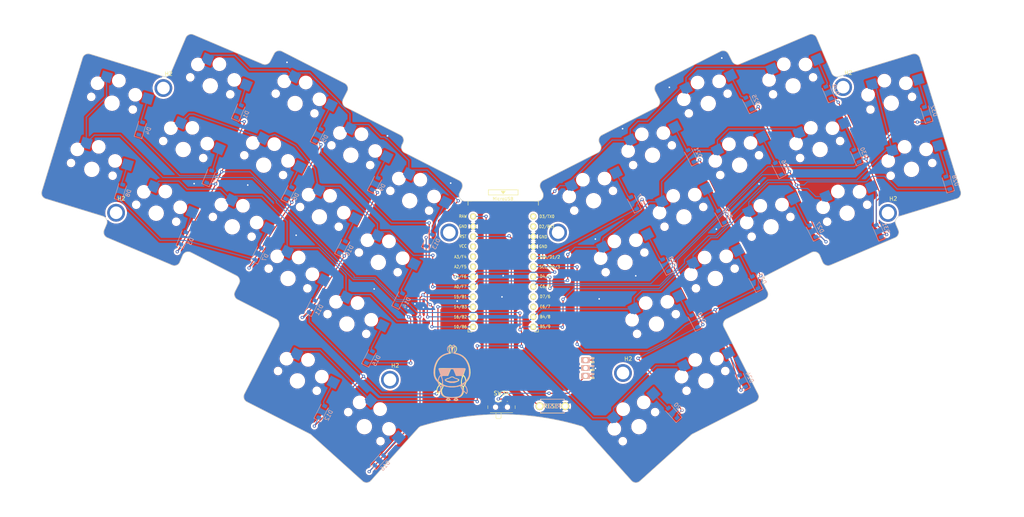
<source format=kicad_pcb>
(kicad_pcb (version 20221018) (generator pcbnew)
  (layers (0 "F.Cu" signal) (31 "B.Cu" signal) (34 "B.Paste" user) (35 "F.Paste" user) (36 "B.SilkS" user "B.Silkscreen") (37 "F.SilkS" user "F.Silkscreen") (38 "B.Mask" user) (39 "F.Mask" user) (44 "Edge.Cuts" user))
  (net 0 "")
  (net 1 "vcc")
  (net 2 "col_0")
  (net 3 "col_1")
  (net 4 "col_2")
  (net 5 "col_3")
  (net 6 "col_4")
  (net 7 "col_5")
  (net 8 "col_6")
  (net 9 "col_7")
  (net 10 "bat+")
  (net 11 "raw")
  (net 12 "Net-(D1-A)")
  (net 13 "Net-(D2-A)")
  (net 14 "gnd")
  (net 15 "Net-(D3-A)")
  (net 16 "Net-(D4-A)")
  (net 17 "reset")
  (net 18 "row_1")
  (net 19 "row_0")
  (net 20 "row_3")
  (net 21 "row_2")
  (net 23 "Net-(D5-A)")
  (net 24 "Net-(D6-A)")
  (net 25 "Net-(D7-A)")
  (net 26 "Net-(D8-A)")
  (net 27 "Net-(D9-A)")
  (net 28 "Net-(D10-A)")
  (net 29 "Net-(D11-A)")
  (net 30 "Net-(D12-A)")
  (net 31 "Net-(D13-A)")
  (net 32 "Net-(D14-A)")
  (net 33 "Net-(D15-A)")
  (net 34 "Net-(D16-A)")
  (net 35 "Net-(D17-A)")
  (net 36 "Net-(D18-A)")
  (net 37 "Net-(D19-A)")
  (net 38 "Net-(D20-A)")
  (net 39 "Net-(D21-A)")
  (net 40 "Net-(D22-A)")
  (net 41 "Net-(D23-A)")
  (net 42 "Net-(D24-A)")
  (net 43 "Net-(D25-A)")
  (net 44 "Net-(D26-A)")
  (net 45 "Net-(D27-A)")
  (net 46 "Net-(D28-A)")
  (net 47 "Net-(D29-A)")
  (net 48 "Net-(D30-A)")
  (net 49 "Net-(D31-A)")
  (net 50 "Net-(D32-A)")
  (footprint "Alaa:choc_hotswap" (layer "F.Cu") (at 105.139482 72.584976 -27)
    (fp_text reference "SW9" hide)
    (fp_text value "SW_Push" hide)
  )
  (footprint "Alaa:choc_hotswap" (layer "F.Cu") (at 112.089302 99.694939 -27)
    (fp_text reference "SW35" hide)
    (fp_text value "SW_Push" hide)
  )
  (footprint "Alaa:MountingHole_M3" (layer "F.Cu") (at 122.975646 113.789862 1)
    (fp_text reference "H2")
    (fp_text value "MountingHole_Pad")
  )
  (footprint "Alaa:choc_hotswap" (layer "F.Cu") (at 116.509828 125.656451 -42)
    (fp_text reference "SW19" hide)
    (fp_text value "SW_Push" hide)
  )
  (footprint "Alaa:choc_hotswap" (layer "F.Cu") (at 113.084315 56.992363 -27)
    (fp_text reference "SW8" hide)
    (fp_text value "SW_Push" hide)
  )
  (footprint "Alaa:choc_hotswap" (layer "F.Cu") (at 98.984143 43.915753 -27)
    (fp_text reference "SW5" hide)
    (fp_text value "SW_Push" hide)
  )
  (footprint "Alaa:MountingHole_M3" (layer "F.Cu") (at 65.673246 40.002862 1)
    (fp_text reference "H2")
    (fp_text value "MountingHole_Pad")
  )
  (footprint "Alaa:choc_hotswap" (layer "F.Cu") (at 224.952689 39.446007 23)
    (fp_text reference "SW29" hide)
    (fp_text value "SW_Push" hide)
  )
  (footprint "Alaa:choc_hotswap" (layer "F.Cu") (at 120.034137 84.102325 -27)
    (fp_text reference "SW13" hide)
    (fp_text value "SW_Push" hide)
  )
  (footprint "Alaa:choc_hotswap" (layer "F.Cu") (at 127.97897 68.509709 -27)
    (fp_text reference "SW12" hide)
    (fp_text value "SW_Push" hide)
  )
  (footprint "Alaa:choc_hotswap" (layer "F.Cu") (at 91.039312 59.508367 -27)
    (fp_text reference "SW6" hide)
    (fp_text value "SW_Push" hide)
  )
  (footprint "LOGO" (layer "F.Cu") (at 138.679869 113.36248)
    (fp_text reference "G***" hide)
    (fp_text value "LOGO" hide)
  )
  (footprint "Alaa:MountingHole_M3" (layer "F.Cu") (at 248.959646 71.600462 1)
    (fp_text reference "H2")
    (fp_text value "MountingHole_Pad")
  )
  (footprint "Alaa:choc_hotswap" (layer "F.Cu") (at 77.525202 39.446009 -23)
    (fp_text reference "SW2" hide)
    (fp_text value "SW_Push" hide)
  )
  (footprint "Alaa:ResetSW" (layer "F.Cu") (at 164.079868 120.47448 180)
    (fp_text reference "SW33" hide)
    (fp_text value "SW_Push")
  )
  (footprint "Alaa:choc_hotswap" (layer "F.Cu") (at 254.909493 60.56896 17)
    (fp_text reference "SW28" hide)
    (fp_text value "SW_Push" hide)
  )
  (footprint "Alaa:choc_hotswap" (layer "F.Cu") (at 190.388589 99.694939 27)
    (fp_text reference "SW36" hide)
    (fp_text value "SW_Push" hide)
  )
  (footprint "Alaa:choc_hotswap" (layer "F.Cu") (at 202.908318 114.078854 27)
    (fp_text reference "SW24" hide)
    (fp_text value "SW_Push" hide)
  )
  (footprint "Alaa:choc_hotswap" (layer "F.Cu") (at 63.849615 71.663679 -23)
    (fp_text reference "SW4" hide)
    (fp_text value "SW_Push" hide)
  )
  (footprint "Alaa:choc_hotswap" (layer "F.Cu") (at 185.968063 125.65645 42)
    (fp_text reference "SW20" hide)
    (fp_text value "SW_Push" hide)
  )
  (footprint "Alaa:choc_hotswap" (layer "F.Cu") (at 52.684902 43.833625 -17)
    (fp_text reference "SW11" hide)
    (fp_text value "SW_Push" hide)
  )
  (footprint "Alaa:choc_hotswap" (layer "F.Cu") (at 203.493747 43.915754 27)
    (fp_text reference "SW25" hide)
    (fp_text value "SW_Push" hide)
  )
  (footprint "Button_Switch_SMD:SW_SPDT_PCM12" (layer "F.Cu") (at 151.195046 120.401462)
    (fp_text reference "SW34")
    (fp_text value "SW_SPDT")
  )
  (footprint "Alaa:choc_hotswap" (layer "F.Cu") (at 205.283244 88.177592 27)
    (fp_text reference "SW23" hide)
    (fp_text value "SW_Push" hide)
  )
  (footprint "Alaa:MountingHole_M3" (layer "F.Cu") (at 53.709846 71.549662 1)
    (fp_text reference "H2")
    (fp_text value "MountingHole_Pad")
  )
  (footprint "Alaa:choc_hotswap" (layer "F.Cu") (at 70.687408 55.554843 -23)
    (fp_text reference "SW3" hide)
    (fp_text value "SW_Push" hide)
  )
  (footprint "Alaa:choc_hotswap" (layer "F.Cu") (at 231.790482 55.554844 23)
    (fp_text reference "SW30" hide)
    (fp_text value "SW_Push" hide)
  )
  (footprint "Alaa:choc_hotswap" (layer "F.Cu") (at 219.383413 75.100983 27)
    (fp_text reference "SW27" hide)
    (fp_text value "SW_Push" hide)
  )
  (footprint "Alaa:choc_hotswap" (layer "F.Cu") (at 47.568399 60.568959 -17)
    (fp_text reference "SW14" hide)
    (fp_text value "SW_Push" hide)
  )
  (footprint "kbd:ProMicro_v3.5" (layer "F.Cu") (at 151.633869 86.946479)
    (fp_text reference "U1" hide)
    (fp_text value "ProMicro_r" hide)
  )
  (footprint "Alaa:choc_hotswap" (layer "F.Cu") (at 99.569572 114.078851 -27)
    (fp_text reference "SW15" hide)
    (fp_text value "SW_Push" hide)
  )
  (footprint "Alaa:MountingHole_M3" (layer "F.Cu") (at 181.929046 112.088062 1)
    (fp_text reference "H2")
    (fp_text value "MountingHole_Pad")
  )
  (footprint "Alaa:choc_hotswap" (layer "F.Cu") (at 211.438578 59.508367 27)
    (fp_text reference "SW26" hide)
    (fp_text value "SW_Push" hide)
  )
  (footprint "" (layer "F.Cu") (at 165.520646 76.553462)
    (fp_text reference "")
    (fp_text value "")
  )
  (footprint "" (layer "F.Cu") (at 137.987046 76.553462)
    (fp_text reference "")
    (fp_text value "")
  )
  (footprint "Alaa:choc_hotswap" (layer "F.Cu") (at 249.792987 43.833624 17)
    (fp_text reference "SW32" hide)
    (fp_text value "SW_Push" hide)
  )
  (footprint "Alaa:choc_hotswap" (layer "F.Cu") (at 83.094476 75.100982 -27)
    (fp_text reference "SW7" hide)
    (fp_text value "SW_Push" hide)
  )
  (footprint "Alaa:MountingHole_M3" (layer "F.Cu") (at 237.631246 39.774262 1)
    (fp_text reference "H2")
    (fp_text value "MountingHole_Pad")
  )
  (footprint "Alaa:choc_hotswap" (layer "F.Cu") (at 174.49892 68.509709 27)
    (fp_text reference "SW17" hide)
    (fp_text value "SW_Push" hide)
  )
  (footprint "Alaa:choc_hotswap" (layer "F.Cu") (at 238.628277 71.663679 23)
    (fp_text reference "SW31" hide)
    (fp_text value "SW_Push" hide)
  )
  (footprint "Alaa:choc_hotswap" (layer "F.Cu") (at 97.194648 88.177591 -27)
    (fp_text reference "SW10" hide)
    (fp_text value "SW_Push" hide)
  )
  (footprint "lib:bat" (layer "F.Cu") (at 172.46187 110.82248 90)
    (fp_text reference "PAD1" hide)
    (fp_text value "" hide)
  )
  (footprint "Alaa:choc_hotswap" (layer "F.Cu") (at 197.33841 72.584977 27)
    (fp_text reference "SW22" hide)
    (fp_text value "SW_Push" hide)
  )
  (footprint "Alaa:choc_hotswap" (layer "F.Cu") (at 182.443755 84.102322 27)
    (fp_text reference "SW18" hide)
    (fp_text value "SW_Push" hide)
  )
  (footprint "Alaa:choc_hotswap" (layer "F.Cu") (at 189.393575 56.99236 27)
    (fp_text reference "SW21" hide)
    (fp_text value "SW_Push" hide)
  )
  (footprint "Diode_SMD:D_SOD-123" (layer "B.Cu") (at 84.744516 45.897941 67)
    (fp_text reference "D1")
    (fp_text value "1N4148")
  )
  (footprint "Diode_SMD:D_SOD-123" (layer "B.Cu") (at 97.393715 66.573541 63)
    (fp_text reference "D6")
    (fp_text value "1N4148")
  )
  (footprint "Diode_SMD:D_SOD-123" (layer "B.Cu") (at 59.928717 50.241342 73)
    (fp_text reference "D4")
    (fp_text value "1N4148")
  )
  (footprint "Diode_SMD:D_SOD-123" (layer "B.Cu") (at 206.816916 72.567941 117)
    (fp_text reference "D22")
    (fp_text value "1N4148")
  )
  (footprint "Diode_SMD:D_SOD-123" (layer "B.Cu") (at 213.751117 43.916743 117)
    (fp_text reference "D25")
    (fp_text value "1N4148")
  )
  (footprint "Diode_SMD:D_SOD-123" (layer "B.Cu") (at 258.683716 46.380541 107)
    (fp_text reference "D32")
    (fp_text value "1N4148")
  )
  (footprint "Diode_SMD:D_SOD-123" (layer "B.Cu") (at 77.251516 62.40794 67)
    (fp_text reference "D2")
    (fp_text value "1N4148")
  )
  (footprint "Diode_SMD:D_SOD-123" (layer "B.Cu") (at 212.188799 114.093902 117)
    (fp_text reference "D24")
    (fp_text value "1N4148")
  )
  (footprint "LOGO" (layer "B.Cu") (at 138.679869 113.36248 180)
    (fp_text reference "G***" hide)
    (fp_text value "LOGO" hide)
  )
  (footprint "Diode_SMD:D_SOD-123" (layer "B.Cu") (at 233.893316 41.173542 113)
    (fp_text reference "D29")
    (fp_text value "1N4148")
  )
  (footprint "Diode_SMD:D_SOD-123" (layer "B.Cu") (at 117.789916 108.05174 63)
    (fp_text reference "D15")
    (fp_text value "1N4148")
  )
  (footprint "Diode_SMD:D_SOD-123" (layer "B.Cu") (at 125.409917 93.421341 63)
    (fp_text reference "D14")
    (fp_text value "1N4148")
  )
  (footprint "Diode_SMD:D_SOD-123" (layer "B.Cu") (at 200.060516 98.98394 117)
    (fp_text reference "D19")
    (fp_text value "1N4148")
  )
  (footprint "Diode_SMD:D_SOD-123" (layer "B.Cu") (at 229.930916 76.200141 117)
    (fp_text reference "D27")
    (fp_text value "1N4148")
  )
  (footprint "Diode_SMD:D_SOD-123" (layer "B.Cu") (at 132.902916 78.536943 63)
    (fp_text reference "D13")
    (fp_text value "1N4148")
  )
  (footprint "Diode_SMD:D_SOD-123" (layer "B.Cu") (at 215.402116 89.15414 117)
    (fp_text reference "D23")
    (fp_text value "1N4148")
  )
  (footprint "Diode_SMD:D_SOD-123" (layer "B.Cu") (at 241.030717 57.15014 113)
    (fp_text reference "D30")
    (fp_text value "1N4148")
  )
  (footprint "Diode_SMD:D_SOD-123" (layer "B.Cu") (at 89.659632 81.962903 63)
    (fp_text reference "D7")
    (fp_text value "1N4148")
  )
  (footprint "Diode_SMD:D_SOD-123" (layer "B.Cu") (at 264.119316 63.982742 107)
    (fp_text reference "D28")
    (fp_text value "1N4148")
  )
  (footprint "Diode_SMD:D_SOD-123" (layer "B.Cu") (at 194.523317 122.19954 132)
    (fp_text reference "D20")
    (fp_text value "1N4148")
  )
  (footprint "Diode_SMD:D_SOD-123" (layer "B.Cu") (at 119.237717 64.236742 63)
    (fp_text reference "D9")
    (fp_text value "1N4148")
  )
  (footprint "Diode_SMD:D_SOD-123" (layer "B.Cu") (at 70.723717 78.003543 67)
    (fp_text reference "D3")
    (fp_text value "1N4148")
  )
  (footprint "Diode_SMD:D_SOD-123" (layer "B.Cu") (at 120.292651 134.220731 48)
    (fp_text reference "D16")
    (fp_text value "1N4148")
  )
  (footprint "Diode_SMD:D_SOD-123" (layer "B.Cu") (at 184.668117 69.08814 117)
    (fp_text reference "D17")
    (fp_text value "1N4148")
  )
  (footprint "Diode_SMD:D_SOD-123" (layer "B.Cu") (at 54.899513 66.014741 73)
    (fp_text reference "D8")
    (fp_text value "1N4148")
  )
  (footprint "Diode_SMD:D_SOD-123" (layer "B.Cu") (at 221.218716 60.426741 117)
    (fp_text reference "D26")
    (fp_text value "1N4148")
  )
  (footprint "Diode_SMD:D_SOD-123" (layer "B.Cu") (at 110.957316 80.213342 63)
    (fp_text reference "D10")
    (fp_text value "1N4148")
  )
  (footprint "Diode_SMD:D_SOD-123" (layer "B.Cu") (at 105.724915 121.895742 63)
    (fp_text reference "D12")
    (fp_text value "1N4148")
  )
  (footprint "Diode_SMD:D_SOD-123" (layer "B.Cu") (at 199.1332 57.197903 117)
    (fp_text reference "D21")
    (fp_text value "1N4148")
  )
  (footprint "Diode_SMD:D_SOD-123" (layer "B.Cu") (at 192.719918 84.83614 117)
    (fp_text reference "D18")
    (fp_text value "1N4148")
  )
  (footprint "Diode_SMD:D_SOD-123" (layer "B.Cu") (at 104.759715 51.866941 63)
    (fp_text reference "D5")
    (fp_text value "1N4148")
  )
  (footprint "Diode_SMD:D_SOD-123" (layer "B.Cu") (at 246.622846 76.172462 113)
    (fp_text reference "D31")
    (fp_text value "1N4148")
  )
  (footprint "Diode_SMD:D_SOD-123" (layer "B.Cu") (at 103.299 95.227781 63)
    (fp_text reference "D11")
    (fp_text value "1N4148")
  )
  (gr_arc (start 125.623706 51.864867) (mid 126.369308 52.737848) (end 126.279231 53.882362) (stroke (width 0.15)) (layer "Edge.Cuts"))
  (gr_line (start 251.566967 75.891025) (end 250.955199 74.44979) (stroke (width 0.15)) (layer "Edge.Cuts"))
  (gr_arc (start 250.9552 74.44979) (mid 250.976476 73.229748) (end 251.897399 72.429236) (stroke (width 0.15)) (layer "Edge.Cuts"))
  (gr_arc (start 69.83329 84.018233) (mid 69.014442 84.822912) (end 67.866436 84.812893) (stroke (width 0.15)) (layer "Edge.Cuts"))
  (gr_arc (start 207.477416 100.456642) (mid 207.387346 99.312133) (end 208.132939 98.439147) (stroke (width 0.15)) (layer "Edge.Cuts"))
  (gr_line (start 86.806046 119.403262) (end 102.743214 127.523654) (stroke (width 0.15)) (layer "Edge.Cuts"))
  (gr_arc (start 35.904553 68.010876) (mid 35.018689 67.280626) (end 34.908654 66.137861) (stroke (width 0.15)) (layer "Edge.Cuts"))
  (gr_line (start 72.608896 81.586063) (end 84.141552 87.462244) (stroke (width 0.15)) (layer "Edge.Cuts"))
  (gr_arc (start 111.813107 44.828014) (mid 111.067458 43.95503) (end 111.157582 42.810519) (stroke (width 0.15)) (layer "Edge.Cuts"))
  (gr_arc (start 71.317393 27.288369) (mid 72.13624 26.48369) (end 73.284246 26.493708) (stroke (width 0.15)) (layer "Edge.Cuts"))
  (gr_line (start 257.024381 32.380303) (end 267.345102 66.137861) (stroke (width 0.15)) (layer "Edge.Cuts"))
  (gr_line (start 111.523537 38.788258) (end 95.663621 30.707227) (stroke (width 0.15)) (layer "Edge.Cuts"))
  (gr_line (start 211.476242 33.91916) (end 228.96951 26.493708) (stroke (width 0.15)) (layer "Edge.Cuts"))
  (gr_line (start 51.298557 74.44979) (end 50.686789 75.891025) (stroke (width 0.15)) (layer "Edge.Cuts"))
  (gr_line (start 69.83329 84.018232) (end 70.547153 82.336476) (stroke (width 0.15)) (layer "Edge.Cuts"))
  (gr_line (start 34.908654 66.137861) (end 45.229375 32.380303) (stroke (width 0.15)) (layer "Edge.Cuts"))
  (gr_arc (start 94.120817 98.439146) (mid 94.866427 99.31213) (end 94.776341 100.456642) (stroke (width 0.15)) (layer "Edge.Cuts"))
  (gr_line (start 84.797076 89.47974) (end 83.775597 91.484504) (stroke (width 0.15)) (layer "Edge.Cuts"))
  (gr_arc (start 228.969511 26.493708) (mid 230.117538 26.483666) (end 230.936364 27.288369) (stroke (width 0.15)) (layer "Edge.Cuts"))
  (gr_arc (start 175.974525 53.882363) (mid 175.884441 52.737843) (end 176.630049 51.864867) (stroke (width 0.15)) (layer "Edge.Cuts"))
  (gr_line (start 209.553635 33.219388) (end 208.607631 31.362751) (stroke (width 0.15)) (layer "Edge.Cuts"))
  (gr_line (start 86.150522 117.385766) (end 94.776341 100.456642) (stroke (width 0.15)) (layer "Edge.Cuts"))
  (gr_arc (start 190.074696 40.805754) (mid 189.98462 39.661237) (end 190.73022 38.788258) (stroke (width 0.15)) (layer "Edge.Cuts"))
  (gr_line (start 111.813106 44.828014) (end 125.623707 51.864867) (stroke (width 0.15)) (layer "Edge.Cuts"))
  (gr_line (start 175.974525 53.882362) (end 176.20152 54.327866) (stroke (width 0.15)) (layer "Edge.Cuts"))
  (gr_arc (start 236.548431 37.071892) (mid 235.475935 36.996912) (end 234.729116 36.223532) (stroke (width 0.15)) (layer "Edge.Cuts"))
  (gr_line (start 103.065924 127.745447) (end 116.052793 139.438877) (stroke (width 0.15)) (layer "Edge.Cuts"))
  (gr_line (start 161.079871 65.399709) (end 161.603394 66.427181) (stroke (width 0.15)) (layer "Edge.Cuts"))
  (gr_line (start 218.478159 91.484504) (end 217.456681 89.47974) (stroke (width 0.15)) (layer "Edge.Cuts"))
  (gr_line (start 190.074696 40.805754) (end 191.096174 42.810519) (stroke (width 0.15)) (layer "Edge.Cuts"))
  (gr_arc (start 229.64486 81.586064) (mid 230.838875 81.513034) (end 231.706603 82.336476) (stroke (width 0.15)) (layer "Edge.Cuts"))
  (gr_arc (start 211.476242 33.91916) (mid 210.377112 33.947939) (end 209.553635 33.219388) (stroke (width 0.15)) (layer "Edge.Cuts"))
  (gr_arc (start 70.547152 82.336476) (mid 71.414879 81.513033) (end 72.608896 81.586063) (stroke (width 0.15)) (layer "Edge.Cuts"))
  (gr_line (start 234.38732 84.812893) (end 250.772307 77.857879) (stroke (width 0.15)) (layer "Edge.Cuts"))
  (gr_line (start 236.54843 37.071892) (end 255.151366 31.384404) (stroke (width 0.15)) (layer "Edge.Cuts"))
  (gr_line (start 231.706603 82.336476) (end 232.420466 84.018232) (stroke (width 0.15)) (layer "Edge.Cuts"))
  (gr_arc (start 234.38732 84.812894) (mid 233.239328 84.8229) (end 232.420466 84.018232) (stroke (width 0.15)) (layer "Edge.Cuts"))
  (gr_line (start 126.70776 56.345361) (end 140.518361 63.382214) (stroke (width 0.15)) (layer "Edge.Cuts"))
  (gr_line (start 140.650363 66.427181) (end 141.173885 65.399709) (stroke (width 0.15)) (layer "Edge.Cuts"))
  (gr_arc (start 51.481449 77.857879) (mid 50.67677 77.039031) (end 50.686789 75.891025) (stroke (width 0.15)) (layer "Edge.Cuts"))
  (gr_line (start 172.066588 125.982777) (end 184.08255 139.327855) (stroke (width 0.15)) (layer "Edge.Cuts"))
  (gr_arc (start 118.171206 139.327856) (mid 117.134992 139.822107) (end 116.052793 139.438877) (stroke (width 0.15)) (layer "Edge.Cuts"))
  (gr_line (start 206.590136 30.707227) (end 190.73022 38.788258) (stroke (width 0.15)) (layer "Edge.Cuts"))
  (gr_line (start 126.052236 54.327866) (end 126.279231 53.882362) (stroke (width 0.15)) (layer "Edge.Cuts"))
  (gr_line (start 47.10239 31.384404) (end 65.705326 37.071892) (stroke (width 0.15)) (layer "Edge.Cuts"))
  (gr_line (start 141.986872 68.608166) (end 160.266884 68.608166) (stroke (width 0.15)) (layer "Edge.Cuts"))
  (gr_line (start 176.630049 51.864867) (end 190.44065 44.828014) (stroke (width 0.15)) (layer "Edge.Cuts"))
  (gr_arc (start 140.51836 63.382214) (mid 141.263969 64.255203) (end 141.173885 65.399709) (stroke (width 0.15)) (layer "Edge.Cuts"))
  (gr_line (start 208.132939 98.439147) (end 217.822635 93.502) (stroke (width 0.15)) (layer "Edge.Cuts"))
  (gr_arc (start 111.523537 38.788258) (mid 112.26913 39.661242) (end 112.179061 40.805754) (stroke (width 0.15)) (layer "Edge.Cuts"))
  (gr_line (start 186.200963 139.438877) (end 199.187833 127.745447) (stroke (width 0.15)) (layer "Edge.Cuts"))
  (gr_arc (start 186.200962 139.438877) (mid 185.118756 139.822119) (end 184.08255 139.327855) (stroke (width 0.15)) (layer "Edge.Cuts"))
  (gr_arc (start 141.986871 68.608165) (mid 140.707887 67.891918) (end 140.650363 66.42718) (stroke (width 0.15)) (layer "Edge.Cuts"))
  (gr_arc (start 92.700122 33.219387) (mid 91.876642 33.947944) (end 90.777515 33.91916) (stroke (width 0.15)) (layer "Edge.Cuts"))
  (gr_arc (start 161.603394 66.42718) (mid 161.545838 67.891919) (end 160.266884 68.608166) (stroke (width 0.15)) (layer "Edge.Cuts"))
  (gr_arc (start 130.187169 125.982777) (mid 130.497894 125.720148) (end 130.867762 125.550668) (stroke (width 0.15)) (layer "Edge.Cuts"))
  (gr_line (start 111.157582 42.810519) (end 112.179061 40.805754) (stroke (width 0.15)) (layer "Edge.Cuts"))
  (gr_line (start 118.171206 139.327855) (end 130.187169 125.982777) (stroke (width 0.15)) (layer "Edge.Cuts"))
  (gr_arc (start 255.151366 31.384404) (mid 256.294144 31.494427) (end 257.024381 32.380303) (stroke (width 0.15)) (layer "Edge.Cuts"))
  (gr_line (start 161.735395 63.382214) (end 175.545996 56.345361) (stroke (width 0.15)) (layer "Edge.Cuts"))
  (gr_arc (start 216.103235 117.385766) (mid 216.193318 118.530281) (end 215.447711 119.403262) (stroke (width 0.15)) (layer "Edge.Cuts"))
  (gr_arc (start 171.385995 125.550667) (mid 171.755861 125.720147) (end 172.066588 125.982777) (stroke (width 0.15)) (layer "Edge.Cuts"))
  (gr_line (start 84.431121 93.502) (end 94.120817 98.439147) (stroke (width 0.15)) (layer "Edge.Cuts"))
  (gr_arc (start 130.867762 125.550668) (mid 151.126878 122.554908) (end 171.385994 125.550668) (stroke (width 0.15)) (layer "Edge.Cuts"))
  (gr_line (start 67.524641 36.223532) (end 71.317393 27.288369) (stroke (width 0.15)) (layer "Edge.Cuts"))
  (gr_line (start 218.112205 87.462244) (end 229.64486 81.586063) (stroke (width 0.15)) (layer "Edge.Cuts"))
  (gr_arc (start 102.743214 127.523654) (mid 102.911839 127.623973) (end 103.065924 127.745447) (stroke (width 0.15)) (layer "Edge.Cuts"))
  (gr_line (start 207.477415 100.456642) (end 216.103235 117.385766) (stroke (width 0.15)) (layer "Edge.Cuts"))
  (gr_arc (start 251.566967 75.891025) (mid 251.577012 77.039049) (end 250.772307 77.857879) (stroke (width 0.15)) (layer "Edge.Cuts"))
  (gr_arc (start 161.079871 65.39971) (mid 160.989817 64.25522) (end 161.735395 63.382214) (stroke (width 0.15)) (layer "Edge.Cuts"))
  (gr_arc (start 84.431121 93.502) (mid 83.685522 92.629015) (end 83.775597 91.484504) (stroke (width 0.15)) (layer "Edge.Cuts"))
  (gr_line (start 251.897399 72.429236) (end 266.349203 68.010876) (stroke (width 0.15)) (layer "Edge.Cuts"))
  (gr_arc (start 126.707761 56.345361) (mid 125.962169 55.472378) (end 126.052236 54.327866) (stroke (width 0.15)) (layer "Edge.Cuts"))
  (gr_arc (start 93.646125 31.362751) (mid 94.51911 30.617154) (end 95.663621 30.707227) (stroke (width 0.15)) (layer "Edge.Cuts"))
  (gr_line (start 93.646125 31.362751) (end 92.700121 33.219388) (stroke (width 0.15)) (layer "Edge.Cuts"))
  (gr_line (start 51.48145 77.857879) (end 67.866436 84.812893) (stroke (width 0.15)) (layer "Edge.Cuts"))
  (gr_arc (start 86.806046 119.403262) (mid 86.060449 118.530277) (end 86.150522 117.385766) (stroke (width 0.15)) (layer "Edge.Cuts"))
  (gr_arc (start 50.356358 72.429236) (mid 51.277262 73.229766) (end 51.298557 74.44979) (stroke (width 0.15)) (layer "Edge.Cuts"))
  (gr_line (start 73.284247 26.493708) (end 90.777515 33.91916) (stroke (width 0.15)) (layer "Edge.Cuts"))
  (gr_line (start 230.936364 27.288369) (end 234.729116 36.223532) (stroke (width 0.15)) (layer "Edge.Cuts"))
  (gr_line (start 199.510543 127.523654) (end 215.447711 119.403262) (stroke (width 0.15)) (layer "Edge.Cuts"))
  (gr_arc (start 206.590136 30.707228) (mid 207.73466 30.617139) (end 208.607631 31.362751) (stroke (width 0.15)) (layer "Edge.Cuts"))
  (gr_line (start 35.904554 68.010876) (end 50.356357 72.429236) (stroke (width 0.15)) (layer "Edge.Cuts"))
  (gr_arc (start 84.141552 87.462244) (mid 84.887151 88.335229) (end 84.797076 89.47974) (stroke (width 0.15)) (layer "Edge.Cuts"))
  (gr_arc (start 176.201521 54.327866) (mid 176.291605 55.47238) (end 175.545996 56.345361) (stroke (width 0.15)) (layer "Edge.Cuts"))
  (gr_arc (start 217.45668 89.479739) (mid 217.366607 88.335235) (end 218.112205 87.462244) (stroke (width 0.15)) (layer "Edge.Cuts"))
  (gr_arc (start 191.096175 42.810519) (mid 191.186221 43.95501) (end 190.44065 44.828014) (stroke (width 0.15)) (layer "Edge.Cuts"))
  (gr_arc (start 67.52464 36.223531) (mid 66.777811 36.996896) (end 65.705326 37.071892) (stroke (width 0.15)) (layer "Edge.Cuts"))
  (gr_arc (start 199.187833 127.745446) (mid 199.341924 127.623981) (end 199.510543 127.523654) (stroke (width 0.15)) (layer "Edge.Cuts"))
  (gr_arc (start 45.229376 32.380304) (mid 45.959625 31.49444) (end 47.10239 31.384404) (stroke (width 0.15)) (layer "Edge.Cuts"))
  (gr_arc (start 267.345102 66.137861) (mid 267.23509 67.280651) (end 266.349203 68.010876) (stroke (width 0.15)) (layer "Edge.Cuts"))
  (gr_arc (start 218.478159 91.484504) (mid 218.568216 92.629002) (end 217.822635 93.502) (stroke (width 0.15)) (layer "Edge.Cuts"))
  (segment (start 133.161046 94.790662) (end 133.733646 95.363262) (width 0.25) (layer "F.Cu") (net 2))
  (segment (start 80.405246 61.186462) (end 86.120246 49.067487) (width 0.25) (layer "F.Cu") (net 2))
  (segment (start 133.733646 95.363262) (end 133.733646 100.237862) (width 0.25) (layer "F.Cu") (net 2))
  (segment (start 86.120246 49.067487) (end 86.120246 48.486462) (width 0.25) (layer "F.Cu") (net 2))
  (segment (start 133.733646 100.237862) (end 133.592846 100.378662) (width 0.25) (layer "F.Cu") (net 2))
  (segment (start 69.178446 81.404862) (end 78.398646 65.352062) (width 0.25) (layer "F.Cu") (net 2))
  (segment (start 78.398646 65.352062) (end 80.405246 61.186462) (width 0.25) (layer "F.Cu") (net 2))
  (via (at 133.592846 100.378662) (size 0.8) (drill 0.4) (layers "F.Cu" "B.Cu") (net 2))
  (via (at 86.120246 48.486462) (size 0.8) (drill 0.4) (layers "F.Cu" "B.Cu") (net 2))
  (via (at 80.405246 61.186462) (size 0.8) (drill 0.4) (layers "F.Cu" "B.Cu") (net 2))
  (via (at 69.178446 81.404862) (size 0.8) (drill 0.4) (layers "F.Cu" "B.Cu") (net 2))
  (via (at 133.161046 94.790662) (size 0.8) (drill 0.4) (layers "F.Cu" "B.Cu") (net 2))
  (via (at 78.881246 64.285262) (size 0.8) (drill 0.4) (layers "F.Cu" "B.Cu") (net 2))
  (segment (start 131.898246 93.527862) (end 133.161046 94.790662) (width 0.25) (layer "B.Cu") (net 2))
  (segment (start 79.396446 62.184262) (end 79.458246 62.184262) (width 0.25) (layer "B.Cu") (net 2))
  (segment (start 85.169498 48.486462) (end 84.09981 47.416774) (width 0.25) (layer "B.Cu") (net 2))
  (segment (start 119.198595 87.965262) (end 124.761195 93.527862) (width 0.25) (layer "B.Cu") (net 2))
  (segment (start 86.120246 48.486462) (end 85.169498 48.486462) (width 0.25) (layer "B.Cu") (net 2))
  (segment (start 133.592846 100.378662) (end 133.622663 100.408479) (width 0.25) (layer "B.Cu") (net 2))
  (segment (start 124.761195 93.527862) (end 131.898246 93.527862) (width 0.25) (layer "B.Cu") (net 2))
  (segment (start 80.405246 61.186462) (end 87.544042 61.186462) (width 0.25) (layer "B.Cu") (net 2))
  (segment (start 76.60681 63.926773) (end 76.965299 64.285262) (width 0.25) (layer "B.Cu") (net 2))
  (segment (start 59.446304 51.819245) (end 69.811321 62.184262) (width 0.25) (layer "B.Cu") (net 2))
  (segment (start 70.079011 80.504297) (end 69.178446 81.404862) (width 0.25) (layer "B.Cu") (net 2))
  (segment (start 69.811321 62.184262) (end 79.396446 62.184262) (width 0.25) (layer "B.Cu") (net 2))
  (segment (start 87.544042 61.186462) (end 113.916442 87.558862) (width 0.25) (layer "B.Cu") (net 2))
  (segment (start 79.458246 62.184262) (end 80.405246 61.237262) (width 0.25) (layer "B.Cu") (net 2))
  (segment (start 113.916442 87.965262) (end 119.198595 87.965262) (width 0.25) (layer "B.Cu") (net 2))
  (segment (start 133.622663 100.408479) (end 144.025269 100.408479) (width 0.25) (layer "B.Cu") (net 2))
  (segment (start 76.965299 64.285262) (end 78.881246 64.285262) (width 0.25) (layer "B.Cu") (net 2))
  (segment (start 70.079011 79.522376) (end 70.079011 80.504297) (width 0.25) (layer "B.Cu") (net 2))
  (segment (start 113.916442 87.558862) (end 113.916442 87.965262) (width 0.25) (layer "B.Cu") (net 2))
  (segment (start 98.388446 68.400062) (end 98.159846 68.908062) (width 0.25) (layer "F.Cu") (net 3))
  (segment (start 132.436046 97.824862) (end 132.436046 91.985062) (width 0.25) (layer "F.Cu") (net 3))
  (segment (start 98.159846 68.908062) (end 87.161646 85.595862) (width 0.25) (layer "F.Cu") (net 3))
  (segment (start 132.907046 91.514062) (end 132.907046 74.140462) (width 0.25) (layer "F.Cu") (net 3))
  (segment (start 105.525846 54.353862) (end 98.388446 68.400062) (width 0.25) (layer "F.Cu") (net 3))
  (segment (start 132.526046 97.914862) (end 132.436046 97.824862) (width 0.25) (layer "F.Cu") (net 3))
  (segment (start 132.436046 91.985062) (end 132.907046 91.514062) (width 0.25) (layer "F.Cu") (net 3))
  (via (at 132.907046 74.140462) (size 0.8) (drill 0.4) (layers "F.Cu" "B.Cu") (net 3))
  (via (at 98.159846 68.908062) (size 0.8) (drill 0.4) (layers "F.Cu" "B.Cu") (net 3))
  (via (at 105.525846 54.353862) (size 0.8) (drill 0.4) (layers "F.Cu" "B.Cu") (net 3))
  (via (at 87.339446 85.519662) (size 0.8) (drill 0.4) (layers "F.Cu" "B.Cu") (net 3))
  (via (at 132.526046 97.914862) (size 0.8) (drill 0.4) (layers "F.Cu" "B.Cu") (net 3))
  (segment (start 105.525846 54.328462) (end 105.525846 54.353862) (width 0.25) (layer "B.Cu") (net 3))
  (segment (start 54.4171 68.116716) (end 64.835046 78.534662) (width 0.25) (layer "B.Cu") (net 3))
  (segment (start 105.525846 56.309662) (end 105.525846 54.353862) (width 0.25) (layer "B.Cu") (net 3))
  (segment (start 96.644631 68.043702) (end 97.244686 68.043702) (width 0.25) (layer "B.Cu") (net 3))
  (segment (start 54.4171 67.592644) (end 54.4171 68.116716) (width 0.25) (layer "B.Cu") (net 3))
  (segment (start 132.907046 74.140462) (end 123.356646 74.140462) (width 0.25) (layer "B.Cu") (net 3))
  (segment (start 71.210446 78.534662) (end 88.910548 83.433064) (width 0.25) (layer "B.Cu") (net 3))
  (segment (start 88.910548 83.433064) (end 88.910548 83.94856) (width 0.25) (layer "B.Cu") (net 3))
  (segment (start 88.910548 83.94856) (end 87.339446 85.519662) (width 0.25) (layer "B.Cu") (net 3))
  (segment (start 132.572429 97.868479) (end 132.526046 97.914862) (width 0.25) (layer "B.Cu") (net 3))
  (segment (start 104.534486 53.337102) (end 105.525846 54.328462) (width 0.25) (layer "B.Cu") (net 3))
  (segment (start 104.010631 53.337102) (end 104.534486 53.337102) (width 0.25) (layer "B.Cu") (net 3))
  (segment (start 144.025269 97.868479) (end 132.572429 97.868479) (width 0.25) (layer "B.Cu") (net 3))
  (segment (start 97.244686 68.043702) (end 98.007446 68.806462) (width 0.25) (layer "B.Cu") (net 3))
  (segment (start 105.525846 54.353862) (end 105.551246 54.353862) (width 0.25) (layer "B.Cu") (net 3))
  (segment (start 105.551246 54.353862) (end 105.525846 54.328462) (width 0.25) (layer "B.Cu") (net 3))
  (segment (start 64.835046 78.534662) (end 71.210446 78.534662) (width 0.25) (layer "B.Cu") (net 3))
  (segment (start 123.356646 74.140462) (end 105.525846 56.309662) (width 0.25) (layer "B.Cu") (net 3))
  (segment (start 103.321084 95.522224) (end 100.801446 98.041862) (width 0.25) (layer "F.Cu") (net 4))
  (segment (start 103.864856 125.516397) (end 116.295446 112.926262) (width 0.25) (layer "F.Cu") (net 4))
  (segment (start 135.116846 116.990262) (end 135.116846 95.349462) (width 0.25) (layer "F.Cu") (net 4))
  (segment (start 111.444046 82.497062) (end 103.925646 94.663662) (width 0.25) (layer "F.Cu") (net 4))
  (segment (start 119.826046 66.418862) (end 114.441246 77.239262) (width 0.25) (layer "F.Cu") (net 4))
  (segment (start 103.925646 94.663662) (end 103.321084 95.522224) (width 0.25) (layer "F.Cu") (net 4))
  (segment (start 114.441246 77.239262) (end 111.444046 82.497062) (width 0.25) (layer "F.Cu") (net 4))
  (segment (start 134.761246 117.345862) (end 135.116846 116.990262) (width 0.25) (layer "F.Cu") (net 4))
  (via (at 135.116846 95.349462) (size 0.8) (drill 0.4) (layers "F.Cu" "B.Cu") (net 4))
  (via (at 116.295446 112.926262) (size 0.8) (drill 0.4) (layers "F.Cu" "B.Cu") (net 4))
  (via (at 103.864856 125.516397) (size 0.8) (drill 0.4) (layers "F.Cu" "B.Cu") (net 4))
  (via (at 111.444046 82.497062) (size 0.8) (drill 0.4) (layers "F.Cu" "B.Cu") (net 4))
  (via (at 134.761246 117.345862) (size 0.8) (drill 0.4) (layers "F.Cu" "B.Cu") (net 4))
  (via (at 119.826046 66.418862) (size 0.8) (drill 0.4) (layers "F.Cu" "B.Cu") (net 4))
  (via (at 100.801446 98.041862) (size 0.8) (drill 0.4) (layers "F.Cu" "B.Cu") (net 4))
  (segment (start 119.114087 65.706903) (end 119.826046 66.418862) (width 0.25) (layer "B.Cu") (net 4))
  (segment (start 110.732087 81.683503) (end 111.418646 82.370062) (width 0.25) (layer "B.Cu") (net 4))
  (segment (start 102.549916 99.180732) (end 102.549916 96.697942) (width 0.25) (layer "B.Cu") (net 4))
  (segment (start 118.488633 65.706903) (end 119.114087 65.706903) (width 0.25) (layer "B.Cu") (net 4))
  (segment (start 135.137829 95.328479) (end 144.025269 95.328479) (width 0.25) (layer "B.Cu") (net 4))
  (segment (start 110.208232 81.683503) (end 110.732087 81.683503) (width 0.25) (layer "B.Cu") (net 4))
  (segment (start 135.116846 95.349462) (end 135.137829 95.328479) (width 0.25) (layer "B.Cu") (net 4))
  (segment (start 116.295446 112.926262) (end 102.549916 99.180732) (width 0.25) (layer "B.Cu") (net 4))
  (segment (start 120.715046 117.345862) (end 116.295446 112.926262) (width 0.25) (layer "B.Cu") (net 4))
  (segment (start 100.801446 98.041862) (end 101.205996 98.041862) (width 0.25) (layer "B.Cu") (net 4))
  (segment (start 134.761246 117.345862) (end 120.715046 117.345862) (width 0.25) (layer "B.Cu") (net 4))
  (segment (start 101.205996 98.041862) (end 102.549916 96.697942) (width 0.25) (layer "B.Cu") (net 4))
  (segment (start 104.975832 123.365903) (end 103.864856 125.516397) (width 0.25) (layer "B.Cu") (net 4))
  (segment (start 130.581431 122.75767) (end 117.732517 137.027835) (width 0.25) (layer "F.Cu") (net 5))
  (segment (start 132.145046 77.798062) (end 132.145046 91.514062) (width 0.25) (layer "F.Cu") (net 5))
  (segment (start 130.581431 93.077677) (end 131.332246 92.326862) (width 0.25) (layer "F.Cu") (net 5))
  (segment (start 128.233446 98.422862) (end 127.700046 97.889462) (width 0.25) (layer "F.Cu") (net 5))
  (segment (start 130.581431 97.827477) (end 130.581431 93.077677) (width 0.25) (layer "F.Cu") (net 5))
  (segment (start 130.519446 97.889462) (end 130.581431 97.951447) (width 0.25) (layer "F.Cu") (net 5))
  (segment (start 128.233446 109.573462) (end 128.233446 98.422862) (width 0.25) (layer "F.Cu") (net 5))
  (segment (start 132.145046 91.514062) (end 131.332246 92.326862) (width 0.25) (layer "F.Cu") (net 5))
  (segment (start 130.581431 97.951447) (end 130.581431 122.75767) (width 0.25) (layer "F.Cu") (net 5))
  (segment (start 130.519446 97.889462) (end 130.581431 97.827477) (width 0.25) (layer "F.Cu") (net 5))
  (via (at 128.233446 109.573462) (size 0.8) (drill 0.4) (layers "F.Cu" "B.Cu") (net 5))
  (via (at 130.519446 97.889462) (size 0.8) (drill 0.4) (layers "F.Cu" "B.Cu") (net 5))
  (via (at 132.145046 77.798062) (size 0.8) (drill 0.4) (layers "F.Cu" "B.Cu") (net 5))
  (via (at 131.332246 92.326862) (size 0.8) (drill 0.4) (layers "F.Cu" "B.Cu") (net 5))
  (via (at 127.700046 97.889462) (size 0.8) (drill 0.4) (layers "F.Cu" "B.Cu") (net 5))
  (via (at 117.732517 137.027835) (size 0.8) (drill 0.4) (layers "F.Cu" "B.Cu") (net 5))
  (segment (start 117.766738 137.026041) (end 117.732517 137.027835) (width 0.25) (layer "B.Cu") (net 5))
  (segment (start 132.153832 80.007104) (end 132.145046 79.998318) (width 0.25) (layer "B.Cu") (net 5))
  (segment (start 117.040832 109.521901) (end 128.181885 109.521901) (width 0.25) (layer "B.Cu") (net 5))
  (segment (start 119.188583 135.44692) (end 117.766738 137.026041) (width 0.25) (layer "B.Cu") (net 5))
  (segment (start 124.660833 94.891502) (end 127.658793 97.889462) (width 0.25) (layer "B.Cu") (net 5))
  (segment (start 131.793863 92.788479) (end 144.025269 92.788479) (width 0.25) (layer "B.Cu") (net 5))
  (segment (start 131.332246 92.326862) (end 131.793863 92.788479) (width 0.25) (layer "B.Cu") (net 5))
  (segment (start 128.181885 109.521901) (end 128.233446 109.573462) (width 0.25) (layer "B.Cu") (net 5))
  (segment (start 132.145046 79.998318) (end 132.145046 77.798062) (width 0.25) (layer "B.Cu") (net 5))
  (segment (start 127.658793 97.889462) (end 130.519446 97.889462) (width 0.25) (layer "B.Cu") (net 5))
  (segment (start 196.864246 121.511462) (end 185.713646 108.354262) (width 0.25) (layer "F.Cu") (net 6))
  (segment (start 186.755046 68.171462) (end 187.071324 68.48774) (width 0.25) (layer "F.Cu") (net 6))
  (segment (start 194.705246 84.859262) (end 194.959246 85.672062) (width 0.25) (layer "F.Cu") (net 6))
  (segment (start 194.959246 85.672062) (end 195.187846 86.129262) (width 0.25) (layer "F.Cu") (net 6))
  (segment (start 187.071324 68.48774) (end 194.705246 84.859262) (width 0.25) (layer "F.Cu") (net 6))
  (segment (start 195.187846 86.129262) (end 202.122046 99.845262) (width 0.25) (layer "F.Cu") (net 6))
  (via (at 185.713646 108.354262) (size 0.8) (drill 0.4) (layers "F.Cu" "B.Cu") (net 6))
  (via (at 202.122046 99.845262) (size 0.8) (drill 0.4) (layers "F.Cu" "B.Cu") (net 6))
  (via (at 196.864246 121.511462) (size 0.8) (drill 0.4) (layers "F.Cu" "B.Cu") (net 6))
  (via (at 194.705246 84.859262) (size 0.8) (drill 0.4) (layers "F.Cu" "B.Cu") (net 6))
  (via (at 186.755046 68.171462) (size 0.8) (drill 0.4) (layers "F.Cu" "B.Cu") (net 6))
  (segment (start 162.849229 82.628479) (end 159.245269 82.628479) (width 0.25) (layer "B.Cu") (net 6))
  (segment (start 194.527446 85.247857) (end 194.527446 84.656062) (width 0.25) (layer "B.Cu") (net 6))
  (segment (start 193.469002 86.306301) (end 194.527446 85.247857) (width 0.25) (layer "B.Cu") (net 6))
  (segment (start 200.8096 100.454101) (end 201.513207 100.454101) (width 0.25) (layer "B.Cu") (net 6))
  (segment (start 185.417201 70.558301) (end 170.245046 78.890262) (width 0.25) (layer "B.Cu") (net 6))
  (segment (start 201.513207 100.454101) (end 202.122046 99.845262) (width 0.25) (layer "B.Cu") (net 6))
  (segment (start 185.713646 108.354262) (end 200.8096 100.454101) (width 0.25) (layer "B.Cu") (net 6))
  (segment (start 196.864246 121.511462) (end 195.627383 122.646725) (width 0.25) (layer "B.Cu") (net 6))
  (segment (start 195.627383 122.646725) (end 195.627383 123.425729) (width 0.25) (layer "B.Cu") (net 6))
  (segment (start 185.417201 69.509307) (end 186.755046 68.171462) (width 0.25) (layer "B.Cu") (net 6))
  (segment (start 170.245046 78.890262) (end 162.849229 82.628479) (width 0.25) (layer "B.Cu") (net 6))
  (segment (start 185.417201 70.558301) (end 185.417201 69.509307) (width 0.25) (layer "B.Cu") (net 6))
  (segment (start 216.777846 87.475462) (end 210.123046 75.588262) (width 0.25) (layer "F.Cu") (net 7))
  (segment (start 208.700646 72.972062) (end 201.334646 58.163862) (width 0.25) (layer "F.Cu") (net 7))
  (segment (start 210.123046 75.588262) (end 208.700646 72.972062) (width 0.25) (layer "F.Cu") (net 7))
  (segment (start 211.774046 116.406062) (end 205.271646 96.035262) (width 0.25) (layer "F.Cu") (net 7))
  (segment (start 170.321246 85.240262) (end 170.321246 104.798262) (width 0.25) (layer "F.Cu") (net 7))
  (via (at 170.321246 104.798262) (size 0.8) (drill 0.4) (layers "F.Cu" "B.Cu") (net 7))
  (via (at 211.774046 116.406062) (size 0.8) (drill 0.4) (layers "F.Cu" "B.Cu") (net 7))
  (via (at 170.321246 85.240262) (size 0.8) (drill 0.4) (layers "F.Cu" "B.Cu") (net 7))
  (via (at 216.777846 87.475462) (size 0.8) (drill 0.4) (layers "F.Cu" "B.Cu") (net 7))
  (via (at 208.198067 71.932417) (size 0.8) (drill 0.4) (layers "F.Cu" "B.Cu") (net 7))
  (via (at 201.334646 58.163862) (size 0.8) (drill 0.4) (layers "F.Cu" "B.Cu") (net 7))
  (via (at 205.271646 96.035262) (size 0.8) (drill 0.4) (layers "F.Cu" "B.Cu") (net 7))
  (segment (start 216.1512 88.102108) (end 216.777846 87.475462) (width 0.25) (layer "B.Cu") (net 7))
  (segment (start 208.198067 71.932417) (end 208.198067 73.406035) (width 0.25) (layer "B.Cu") (net 7))
  (segment (start 212.616045 115.564063) (end 211.774046 116.406062) (width 0.25) (layer "B.Cu") (net 7))
  (segment (start 208.198067 73.406035) (end 207.566 74.038102) (width 0.25) (layer "B.Cu") (net 7))
  (segment (start 170.321246 104.798262) (end 172.073846 106.550862) (width 0.25) (layer "B.Cu") (net 7))
  (segment (start 193.280086 103.886622) (end 197.727846 100.048462) (width 0.25) (layer "B.Cu") (net 7))
  (segment (start 159.245269 85.168479) (end 170.249463 85.168479) (width 0.25) (layer "B.Cu") (net 7))
  (segment (start 188.189146 106.550862) (end 193.280086 103.886622) (width 0.25) (layer "B.Cu") (net 7))
  (segment (start 212.937883 115.564063) (end 212.616045 115.564063) (width 0.25) (layer "B.Cu") (net 7))
  (segment (start 216.1512 90.624301) (end 216.1512 88.102108) (width 0.25) (layer "B.Cu") (net 7))
  (segment (start 197.727846 100.048462) (end 205.271646 96.035262) (width 0.25) (layer "B.Cu") (net 7))
  (segment (start 199.882284 58.668064) (end 200.830444 58.668064) (width 0.25) (layer "B.Cu") (net 7))
  (segment (start 172.073846 106.550862) (end 188.189146 106.550862) (width 0.25) (layer "B.Cu") (net 7))
  (segment (start 205.271646 96.035262) (end 216.1512 90.624301) (width 0.25) (layer "B.Cu") (net 7))
  (segment (start 200.830444 58.668064) (end 201.334646 58.163862) (width 0.25) (layer "B.Cu") (net 7))
  (segment (start 170.249463 85.168479) (end 170.321246 85.240262) (width 0.25) (layer "B.Cu") (net 7))
  (segment (start 230.685511 76.287927) (end 226.658446 66.291862) (width 0.25) (layer "F.Cu") (net 8))
  (segment (start 218.047846 49.146862) (end 216.142846 44.701862) (width 0.25) (layer "F.Cu") (net 8))
  (segment (start 233.287846 78.890262) (end 230.685511 76.287927) (width 0.25) (layer "F.Cu") (net 8))
  (segment (start 163.437846 90.675862) (end 163.437846 87.856462) (width 0.25) (layer "F.Cu") (net 8))
  (segment (start 226.658446 66.291862) (end 218.047846 49.146862) (width 0.25) (layer "F.Cu") (net 8))
  (via (at 163.437846 87.856462) (size 0.8) (drill 0.4) (layers "F.Cu" "B.Cu") (net 8))
  (via (at 216.142846 44.701862) (size 0.8) (drill 0.4) (layers "F.Cu" "B.Cu") (net 8))
  (via (at 224.042246 61.110262) (size 0.8) (drill 0.4) (layers "F.Cu" "B.Cu") (net 8))
  (via (at 233.287846 78.890262) (size 0.8) (drill 0.4) (layers "F.Cu" "B.Cu") (net 8))
  (via (at 163.437846 90.675862) (size 0.8) (drill 0.4) (layers "F.Cu" "B.Cu") (net 8))
  (via (at 225.794846 64.513862) (size 0.8) (drill 0.4) (layers "F.Cu" "B.Cu") (net 8))
  (segment (start 228.545246 63.719262) (end 227.750646 64.513862) (width 0.25) (layer "B.Cu") (net 8))
  (segment (start 195.684246 85.455062) (end 191.202828 89.93648) (width 0.25) (layer "B.Cu") (net 8))
  (segment (start 244.921046 62.329462) (end 243.531246 63.719262) (width 0.25) (layer "B.Cu") (net 8))
  (segment (start 255.084041 65.560645) (end 251.299774 65.560645) (width 0.25) (layer "B.Cu") (net 8))
  (segment (start 163.437846 87.856462) (end 163.412446 87.831062) (width 0.25) (layer "B.Cu") (net 8))
  (segment (start 159.367852 87.831062) (end 159.245269 87.708479) (width 0.25) (layer "B.Cu") (net 8))
  (segment (start 164.177228 89.93648) (end 163.437846 90.675862) (width 0.25) (layer "B.Cu") (net 8))
  (segment (start 215.457804 45.386904) (end 216.142846 44.701862) (width 0.25) (layer "B.Cu") (net 8))
  (segment (start 191.202828 89.93648) (end 164.177228 89.93648) (width 0.25) (layer "B.Cu") (net 8))
  (segment (start 163.412446 87.831062) (end 159.367852 87.831062) (width 0.25) (layer "B.Cu") (net 8))
  (segment (start 214.500201 45.386904) (end 215.457804 45.386904) (width 0.25) (layer "B.Cu") (net 8))
  (segment (start 243.531246 63.719262) (end 228.545246 63.719262) (width 0.25) (layer "B.Cu") (net 8))
  (segment (start 195.684246 83.421639) (end 195.684246 85.455062) (width 0.25) (layer "B.Cu") (net 8))
  (segment (start 221.9678 61.896902) (end 217.208983 61.896902) (width 0.25) (layer "B.Cu") (net 8))
  (segment (start 223.255606 61.896902) (end 224.042246 61.110262) (width 0.25) (layer "B.Cu") (net 8))
  (segment (start 264.601729 65.560645) (end 255.084041 65.560645) (width 0.25) (layer "B.Cu") (net 8))
  (segment (start 251.299774 65.560645) (end 248.068591 62.329462) (width 0.25) (layer "B.Cu") (net 8))
  (segment (start 230.68 77.670302) (end 232.067886 77.670302) (width 0.25) (layer "B.Cu") (net 8))
  (segment (start 227.750646 64.513862) (end 225.794846 64.513862) (width 0.25) (layer "B.Cu") (net 8))
  (segment (start 248.068591 62.329462) (end 244.921046 62.329462) (width 0.25) (layer "B.Cu") (net 8))
  (segment (start 232.067886 77.670302) (end 233.287846 78.890262) (width 0.25) (layer "B.Cu") (net 8))
  (segment (start 221.9678 61.896902) (end 223.255606 61.896902) (width 0.25) (layer "B.Cu") (net 8))
  (segment (start 217.208983 61.896902) (end 195.684246 83.421639) (width 0.25) (layer "B.Cu") (net 8))
  (segment (start 256.401846 48.613462) (end 252.769646 48.613462) (width 0.25) (layer "F.Cu") (net 9))
  (segment (start 248.629446 77.061462) (end 246.013246 74.445262) (width 0.25) (layer "F.Cu") (net 9))
  (segment (start 240.349046 51.458262) (end 243.422446 57.960662) (width 0.25) (layer "F.Cu") (net 9))
  (segment (start 246.013246 68.577862) (end 247.232446 67.358662) (width 0.25) (layer "F.Cu") (net 9))
  (segment (start 246.013246 74.445262) (end 246.013246 68.577862) (width 0.25) (layer "F.Cu") (net 9))
  (segment (start 236.386646 43.609662) (end 240.349046 51.458262) (width 0.25) (layer "F.Cu") (net 9))
  (segment (start 247.232446 67.358662) (end 243.422446 57.960662) (width 0.25) (layer "F.Cu") (net 9))
  (segment (start 243.422446 57.960662) (end 252.769646 48.613462) (width 0.25) (layer "F.Cu") (net 9))
  (via (at 248.629446 77.061462) (size 0.8) (drill 0.4) (layers "F.Cu" "B.Cu") (net 9))
  (via (at 236.386646 43.609662) (size 0.8) (drill 0.4) (layers "F.Cu" "B.Cu") (net 9))
  (via (at 243.422446 57.960662) (size 0.8) (drill 0.4) (layers "F.Cu" "B.Cu") (net 9))
  (via (at 256.401846 48.613462) (size 0.8) (drill 0.4) (layers "F.Cu" "B.Cu") (net 9))
  (segment (start 247.267552 77.635956) (end 247.267552 77.691295) (width 0.25) (layer "B.Cu") (net 9))
  (segment (start 259.166129 47.958444) (end 258.485711 48.638862) (width 0.25) (layer "B.Cu") (net 9))
  (segment (start 235.469359 42.692375) (end 234.538022 42.692375) (width 0.25) (layer "B.Cu") (net 9))
  (segment (start 243.422446 57.960662) (end 242.383734 57.960662) (width 0.25) (layer "B.Cu") (net 9))
  (segment (start 240.453334 59.891062) (end 241.675423 58.668973) (width 0.25) (layer "B.Cu") (net 9))
  (segment (start 248.629446 77.061462) (end 247.842046 77.061462) (width 0.25) (layer "B.Cu") (net 9))
  (segment (start 159.245269 90.248479) (end 160.007268 89.48648) (width 0.25) (layer "B.Cu") (net 9))
  (segment (start 236.386646 43.609662) (end 235.469359 42.692375) (width 0.25) (layer "B.Cu") (net 9))
  (segment (start 188.983009 89.48648) (end 218.578427 59.891062) (width 0.25) (layer "B.Cu") (net 9))
  (segment (start 218.578427 59.891062) (end 240.453334 59.891062) (width 0.25) (layer "B.Cu") (net 9))
  (segment (start 160.007268 89.48648) (end 188.983009 89.48648) (width 0.25) (layer "B.Cu") (net 9))
  (segment (start 258.485711 48.638862) (end 256.401846 48.613462) (width 0.25) (layer "B.Cu") (net 9))
  (segment (start 247.842046 77.061462) (end 247.267552 77.635956) (width 0.25) (layer "B.Cu") (net 9))
  (segment (start 242.383734 57.960662) (end 241.675423 58.668973) (width 0.25) (layer "B.Cu") (net 9))
  (segment (start 177.204646 110.843462) (end 175.183664 108.82248) (width 0.25) (layer "F.Cu") (net 10))
  (segment (start 168.065488 117.218862) (end 172.46187 112.82248) (width 0.25) (layer "F.Cu") (net 10))
  (segment (start 163.234646 117.218862) (end 168.065488 117.218862) (width 0.25) (layer "F.Cu") (net 10))
  (segment (start 175.225628 112.82248) (end 177.204646 110.843462) (width 0.25) (layer "F.Cu") (net 10))
  (segment (start 172.46187 112.82248) (end 175.225628 112.82248) (width 0.25) (layer "F.Cu") (net 10))
  (segment (start 175.183664 108.82248) (end 172.46187 108.82248) (width 0.25) (layer "F.Cu") (net 10))
  (segment (start 151.640246 118.666662) (end 151.945046 118.971462) (width 0.25) (layer "F.Cu") (net 10))
  (segment (start 150.382246 118.666662) (end 151.640246 118.666662) (width 0.25) (layer "F.Cu") (net 10))
  (via (at 150.382246 118.666662) (size 0.8) (drill 0.4) (layers "F.Cu" "B.Cu") (net 10))
  (via (at 163.234646 117.218862) (size 0.8) (drill 0.4) (layers "F.Cu" "B.Cu") (net 10))
  (segment (start 151.830046 117.218862) (end 150.382246 118.666662) (width 0.25) (layer "B.Cu") (net 10))
  (segment (start 163.234646 117.218862) (end 151.830046 117.218862) (width 0.25) (layer "B.Cu") (net 10))
  (segment (start 148.147046 117.015662) (end 152.609052 117.015662) (width 0.25) (layer "F.Cu") (net 11))
  (segment (start 152.609052 117.015662) (end 153.445046 117.851656) (width 0.25) (layer "F.Cu") (net 11))
  (segment (start 147.308846 116.177462) (end 148.147046 117.015662) (width 0.25) (layer "F.Cu") (net 11))
  (segment (start 147.308846 72.464062) (end 147.308846 116.177462) (width 0.25) (layer "F.Cu") (net 11))
  (segment (start 153.445046 117.851656) (end 153.445046 118.971462) (width 0.25) (layer "F.Cu") (net 11))
  (via (at 147.308846 72.464062) (size 0.8) (drill 0.4) (layers "F.Cu" "B.Cu") (net 11))
  (segment (start 144.025269 72.468479) (end 147.308846 72.464062) (width 0.25) (layer "B.Cu") (net 11))
  (segment (start 85.162789 43.953249) (end 86.607623 39.227416) (width 0.25) (layer "B.Cu") (net 12))
  (segment (start 85.389223 44.379108) (end 85.162789 43.953249) (width 0.25) (layer "B.Cu") (net 12))
  (segment (start 77.896221 60.889109) (end 78.106298 60.777409) (width 0.25) (layer "B.Cu") (net 13))
  (segment (start 78.106298 60.777409) (end 79.769828 55.336253) (width 0.25) (layer "B.Cu") (net 13))
  (via (at 131.459246 95.527262) (size 0.8) (drill 0.4) (layers "F.Cu" "B.Cu") (net 14))
  (via (at 73.445646 64.183662) (size 0.8) (drill 0.4) (layers "F.Cu" "B.Cu") (net 14))
  (via (at 127.573046 95.755862) (size 0.8) (drill 0.4) (layers "F.Cu" "B.Cu") (net 14))
  (via (at 138.342646 64.056662) (size 0.8) (drill 0.4) (layers "F.Cu" "B.Cu") (net 14))
  (via (at 151.322046 92.834862) (size 0.8) (drill 0.4) (layers "F.Cu" "B.Cu") (net 14))
  (via (at 174.969446 110.919662) (size 0.8) (drill 0.4) (layers "F.Cu" "B.Cu") (net 14))
  (via (at 193.663846 39.825062) (size 0.8) (drill 0.4) (layers "F.Cu" "B.Cu") (net 14))
  (via (at 129.300246 94.587462) (size 0.8) (drill 0.4) (layers "F.Cu" "B.Cu") (net 14))
  (via (at 181.827446 50.289862) (size 0.8) (drill 0.4) (layers "F.Cu" "B.Cu") (net 14))
  (via (at 139.993646 93.901662) (size 0.8) (drill 0.4) (layers "F.Cu" "B.Cu") (net 14))
  (via (at 174.944046 78.204462) (size 0.8) (drill 0.4) (layers "F.Cu" "B.Cu") (net 14))
  (via (at 87.009246 64.539262) (size 0.8) (drill 0.4) (layers "F.Cu" "B.Cu") (net 14))
  (via (at 175.909246 93.342862) (size 0.8) (drill 0.4) (layers "F.Cu" "B.Cu") (net 14))
  (via (at 96.940646 33.500462) (size 0.8) (drill 0.4) (layers "F.Cu" "B.Cu") (net 14))
  (via (at 205.551046 75.689862) (size 0.8) (drill 0.4) (layers "F.Cu" "B.Cu") (net 14))
  (via (at 216.346046 64.234462) (size 0.8) (drill 0.4) (layers "F.Cu" "B.Cu") (net 14))
  (via (at 185.154846 87.500862) (size 0.8) (drill 0.4) (layers "F.Cu" "B.Cu") (net 14))
  (via (at 206.922646 32.408262) (size 0.8) (drill 0.4) (layers "F.Cu" "B.Cu") (net 14))
  (via (at 99.252046 77.239262) (size 0.8) (drill 0.4) (layers "F.Cu" "B.Cu") (net 14))
  (via (at 118.987846 90.828262) (size 0.8) (drill 0.4) (layers "F.Cu" "B.Cu") (net 14))
  (via (at 122.366046 52.093262) (size 0.8) (drill 0.4) (layers "F.Cu" "B.Cu") (net 14))
  (via (at 151.626846 87.475462) (size 0.8) (drill 0.4) (layers "F.Cu" "B.Cu") (net 14))
  (segment (start 71.3957 76.470205) (end 72.932033 71.445085) (width 0.25) (layer "B.Cu") (net 15))
  (segment (start 71.368423 76.48471) (end 71.3957 76.470205) (width 0.25) (layer "B.Cu") (net 15))
  (segment (start 60.41113 48.663436) (end 60.062082 48.006975) (width 0.25) (layer "B.Cu") (net 16))
  (segment (start 60.062082 48.006975) (end 61.694717 42.66686) (width 0.25) (layer "B.Cu") (net 16))
  (segment (start 153.125446 77.366262) (end 153.684246 77.925062) (width 0.25) (layer "F.Cu") (net 17))
  (segment (start 153.684246 77.925062) (end 153.684246 113.535862) (width 0.25) (layer "F.Cu") (net 17))
  (segment (start 153.684246 113.535862) (end 160.622864 120.47448) (width 0.25) (layer "F.Cu") (net 17))
  (segment (start 160.622864 120.47448) (end 160.829868 120.47448) (width 0.25) (layer "F.Cu") (net 17))
  (via (at 153.125446 77.366262) (size 0.8) (drill 0.4) (layers "F.Cu" "B.Cu") (net 17))
  (segment (start 153.125446 77.366262) (end 152.943229 77.548479) (width 0.25) (layer "B.Cu") (net 17))
  (segment (start 152.943229 77.548479) (end 144.025269 77.548479) (width 0.25) (layer "B.Cu") (net 17))
  (segment (start 133.796046 90.269462) (end 133.796046 82.370062) (width 0.25) (layer "F.Cu") (net 18))
  (segment (start 133.796046 82.370062) (end 133.846846 82.319262) (width 0.25) (layer "F.Cu") (net 18))
  (segment (start 167.959046 88.618462) (end 167.908246 88.669262) (width 0.25) (layer "F.Cu") (net 18))
  (segment (start 167.959046 82.090662) (end 167.959046 88.618462) (width 0.25) (layer "F.Cu") (net 18))
  (via (at 133.796046 90.269462) (size 0.8) (drill 0.4) (layers "F.Cu" "B.Cu") (net 18))
  (via (at 167.908246 88.669262) (size 0.8) (drill 0.4) (layers "F.Cu" "B.Cu") (net 18))
  (via (at 133.846846 82.319262) (size 0.8) (drill 0.4) (layers "F.Cu" "B.Cu") (net 18))
  (via (at 167.959046 82.090662) (size 0.8) (drill 0.4) (layers "F.Cu" "B.Cu") (net 18))
  (segment (start 99.150446 54.531662) (end 96.610446 53.134662) (width 0.25) (layer "B.Cu") (net 18))
  (segment (start 191.719119 63.698553) (end 191.719119 68.770308) (width 0.25) (layer "B.Cu") (net 18))
  (segment (start 96.610446 53.134662) (end 93.816446 51.737662) (width 0.25) (layer "B.Cu") (net 18))
  (segment (start 208.653682 50.336826) (end 205.819287 53.171221) (width 0.25) (layer "B.Cu") (net 18))
  (segment (start 110.337907 64.830123) (end 105.889223 64.830123) (width 0.25) (layer "B.Cu") (net 18))
  (segment (start 128.905456 82.319262) (end 122.933666 76.347472) (width 0.25) (layer "B.Cu") (net 18))
  (segment (start 105.889223 64.830123) (end 104.922678 65.796668) (width 0.25) (layer "B.Cu") (net 18))
  (segment (start 225.430318 50.336826) (end 208.653682 50.336826) (width 0.25) (layer "B.Cu") (net 18))
  (segment (start 104.001846 60.500662) (end 99.150446 54.531662) (width 0.25) (layer "B.Cu") (net 18))
  (segment (start 176.824464 78.279844) (end 176.824464 80.287653) (width 0.25) (layer "B.Cu") (net 18))
  (segment (start 144.025269 90.248479) (end 140.953958 90.248479) (width 0.25) (layer "B.Cu") (net 18))
  (segment (start 205.819287 53.171221) (end 205.819287 55.693698) (width 0.25) (layer "B.Cu") (net 18))
  (segment (start 167.959046 82.090662) (end 169.762055 80.287653) (width 0.25) (layer "B.Cu") (net 18))
  (segment (start 167.782029 88.795479) (end 145.478269 88.795479) (width 0.25) (layer "B.Cu") (net 18))
  (segment (start 140.932975 90.269462) (end 133.796046 90.269462) (width 0.25) (layer "B.Cu") (net 18))
  (segment (start 188.511008 68.770308) (end 185.758811 71.522505) (width 0.25) (layer "B.Cu") (net 18))
  (segment (start 199.723974 55.693698) (end 191.719119 63.698553) (width 0.25) (layer "B.Cu") (net 18))
  (segment (start 140.953958 90.248479) (end 140.932975 90.269462) (width 0.25) (layer "B.Cu") (net 18))
  (segment (start 167.908246 88.669262) (end 167.782029 88.795479) (width 0.25) (layer "B.Cu") (net 18))
  (segment (start 72.214336 46.581462) (end 69.997604 48.798194) (width 0.25) (layer "B.Cu") (net 18))
  (segment (start 191.719119 68.770308) (end 188.511008 68.770308) (width 0.25) (layer "B.Cu") (net 18))
  (segment (start 119.817333 77.314017) (end 119.817333 74.309549) (width 0.25) (layer "B.Cu") (net 18))
  (segment (start 169.762055 80.287653) (end 176.824464 80.287653) (width 0.25) (layer "B.Cu") (net 18))
  (segment (start 90.822508 52.720059) (end 73.344046 46.581462) (width 0.25) (layer "B.Cu") (net 18))
  (segment (start 226.450977 51.357485) (end 225.430318 50.336826) (width 0.25) (layer "B.Cu") (net 18))
  (segment (start 93.816446 51.737662) (end 90.822508 52.720059) (width 0.25) (layer "B.Cu") (net 18))
  (segment (start 73.344046 46.581462) (end 72.214336 46.581462) (width 0.25) (layer "B.Cu") (net 18))
  (segment (start 176.950646 77.925062) (end 176.824464 78.279844) (width 0.25) (layer "B.Cu") (net 18))
  (segment (start 205.819287 55.693698) (end 199.723974 55.693698) (width 0.25) (layer "B.Cu") (net 18))
  (segment (start 145.478269 88.795479) (end 144.025269 90.248479) (width 0.25) (layer "B.Cu") (net 18))
  (segment (start 133.846846 82.319262) (end 128.905456 82.319262) (width 0.25) (layer "B.Cu") (net 18))
  (segment (start 104.922678 65.796668) (end 104.001846 60.500662) (width 0.25) (layer "B.Cu") (net 18))
  (segment (start 119.817333 74.309549) (end 110.337907 64.830123) (width 0.25) (layer "B.Cu") (net 18))
  (segment (start 120.783878 76.347472) (end 119.817333 77.314017) (width 0.25) (layer "B.Cu") (net 18))
  (segment (start 185.758811 71.522505) (end 176.950646 77.925062) (width 0.25) (layer "B.Cu") (net 18))
  (segment (start 122.933666 76.347472) (end 120.783878 76.347472) (width 0.25) (layer "B.Cu") (net 18))
  (segment (start 161.609046 83.513062) (end 161.609046 69.162062) (width 0.25) (layer "F.Cu") (net 19))
  (segment (start 135.243846 73.556262) (end 135.243846 83.513062) (width 0.25) (layer "F.Cu") (net 19))
  (segment (start 164.657046 86.561062) (end 161.609046 83.513062) (width 0.25) (layer "F.Cu") (net 19))
  (segment (start 140.273046 68.527062) (end 135.243846 73.556262) (width 0.25) (layer "F.Cu") (net 19))
  (segment (start 135.243846 83.513062) (end 139.511046 87.780262) (width 0.25) (layer "F.Cu") (net 19))
  (segment (start 161.609046 69.162062) (end 164.657046 66.114062) (width 0.25) (layer "F.Cu") (net 19))
  (via (at 139.511046 87.780262) (size 0.8) (drill 0.4) (layers "F.Cu" "B.Cu") (net 19))
  (via (at 164.657046 66.114062) (size 0.8) (drill 0.4) (layers "F.Cu" "B.Cu") (net 19))
  (via (at 140.273046 68.527062) (size 0.8) (drill 0.4) (layers "F.Cu" "B.Cu") (net 19))
  (via (at 164.657046 86.561062) (size 0.8) (drill 0.4) (layers "F.Cu" "B.Cu") (net 19))
  (segment (start 122.065741 52.818262) (end 122.252846 52.818262) (width 0.25) (layer "B.Cu") (net 19))
  (segment (start 197.874456 40.101085) (end 197.874456 37.392452) (width 0.25) (layer "B.Cu") (net 19))
  (segment (start 83.708113 31.697929) (end 87.466446 35.456262) (width 0.25) (layer "B.Cu") (net 19))
  (segment (start 145.112269 86.621479) (end 164.596629 86.621479) (width 0.25) (layer "B.Cu") (net 19))
  (segment (start 110.133182 43.746598) (end 112.867511 46.480927) (width 0.25) (layer "B.Cu") (net 19))
  (segment (start 113.834056 49.23751) (end 117.579894 49.23751) (width 0.25) (layer "B.Cu") (net 19))
  (segment (start 188.126646 48.410262) (end 196.435823 40.101085) (width 0.25) (layer "B.Cu") (net 19))
  (segment (start 127.762166 58.327582) (end 127.762166 61.721401) (width 0.25) (layer "B.Cu") (net 19))
  (segment (start 99.733884 36.1609) (end 102.665573 36.1609) (width 0.25) (layer "B.Cu") (net 19))
  (segment (start 139.511046 87.780262) (end 139.582829 87.708479) (width 0.25) (layer "B.Cu") (net 19))
  (segment (start 87.466446 35.456262) (end 97.096156 35.456262) (width 0.25) (layer "B.Cu") (net 19))
  (segment (start 120.735951 52.393567) (end 121.641046 52.393567) (width 0.25) (layer "B.Cu") (net 19))
  (segment (start 112.867511 46.480927) (end 112.867511 50.204055) (width 0.25) (layer "B.Cu") (net 19))
  (segment (start 112.867511 50.204055) (end 113.834056 49.23751) (width 0.25) (layer "B.Cu") (net 19))
  (segment (start 97.096156 35.456262) (end 98.767339 37.127445) (width 0.25) (layer "B.Cu") (net 19))
  (segment (start 110.133182 43.628509) (end 110.133182 43.746598) (width 0.25) (layer "B.Cu") (net 19))
  (segment (start 185.739046 48.410262) (end 188.126646 48.410262) (width 0.25) (layer "B.Cu") (net 19))
  (segment (start 196.435823 40.101085) (end 197.874456 40.101085) (width 0.25) (layer "B.Cu") (net 19))
  (segment (start 219.108749 34.744213) (end 219.613184 35.248648) (width 0.25) (layer "B.Cu") (net 19))
  (segment (start 121.641046 52.393567) (end 122.065741 52.818262) (width 0.25) (layer "B.Cu") (net 19))
  (segment (start 164.657046 66.114062) (end 166.076068 64.69504) (width 0.25) (layer "B.Cu") (net 19))
  (segment (start 128.728711 60.754856) (end 132.39924 60.754856) (width 0.25) (layer "B.Cu") (net 19))
  (segment (start 132.39924 60.754856) (end 140.273046 68.527062) (width 0.25) (layer "B.Cu") (net 19))
  (segment (start 77.826829 31.697929) (end 83.708113 31.697929) (width 0.25) (layer "B.Cu") (net 19))
  (segment (start 164.596629 86.621479) (end 164.657046 86.561062) (width 0.25) (layer "B.Cu") (net 19))
  (segment (start 117.579894 49.23751) (end 120.735951 52.393567) (width 0.25) (layer "B.Cu") (net 19))
  (segment (start 183.774284 53.177691) (end 183.774284 50.375024) (width 0.25) (layer "B.Cu") (net 19))
  (segment (start 168.879629 63.474618) (end 179.176556 53.177691) (width 0.25) (layer "B.Cu") (net 19))
  (segment (start 168.879629 64.69504) (end 168.879629 63.474618) (width 0.25) (layer "B.Cu") (net 19))
  (segment (start 98.767339 37.127445) (end 99.733884 36.1609) (width 0.25) (layer "B.Cu") (net 19))
  (segment (start 139.582829 87.708479) (end 144.025269 87.708479) (width 0.25) (layer "B.Cu") (net 19))
  (segment (start 166.076068 64.69504) (end 168.879629 64.69504) (width 0.25) (layer "B.Cu") (net 19))
  (segment (start 144.025269 87.708479) (end 145.112269 86.621479) (width 0.25) (layer "B.Cu") (net 19))
  (segment (start 102.665573 36.1609) (end 110.133182 43.628509) (width 0.25) (layer "B.Cu") (net 19))
  (segment (start 183.774284 50.375024) (end 185.739046 48.410262) (width 0.25) (layer "B.Cu") (net 19))
  (segment (start 197.874456 37.392452) (end 200.522695 34.744213) (width 0.25) (layer "B.Cu") (net 19))
  (segment (start 76.835398 32.68936) (end 77.826829 31.697929) (width 0.25) (layer "B.Cu") (net 19))
  (segment (start 127.762166 61.721401) (end 128.728711 60.754856) (width 0.25) (layer "B.Cu") (net 19))
  (segment (start 122.252846 52.818262) (end 127.762166 58.327582) (width 0.25) (layer "B.Cu") (net 19))
  (segment (start 179.176556 53.177691) (end 183.774284 53.177691) (width 0.25) (layer "B.Cu") (net 19))
  (segment (start 200.522695 34.744213) (end 219.108749 34.744213) (width 0.25) (layer "B.Cu") (net 19))
  (segment (start 145.073646 119.327062) (end 145.073646 105.230062) (width 0.25) (layer "F.Cu") (net 20))
  (segment (start 155.868646 96.924262) (end 155.868646 101.140662) (width 0.25) (layer "F.Cu") (net 20))
  (segment (start 166.765246 100.353262) (end 166.612846 100.505662) (width 0.25) (layer "F.Cu") (net 20))
  (segment (start 166.765246 93.444462) (end 166.765246 100.353262) (width 0.25) (layer "F.Cu") (net 20))
  (segment (start 156.249646 105.306262) (end 156.249646 101.521662) (width 0.25) (layer "F.Cu") (net 20))
  (segment (start 156.249646 101.521662) (end 155.868646 101.140662) (width 0.25) (layer "F.Cu") (net 20))
  (via (at 155.868646 96.924262) (size 0.8) (drill 0.4) (layers "F.Cu" "B.Cu") (net 20))
  (via (at 145.073646 119.327062) (size 0.8) (drill 0.4) (layers "F.Cu" "B.Cu") (net 20))
  (via (at 155.868646 101.140662) (size 0.8) (drill 0.4) (layers "F.Cu" "B.Cu") (net 20))
  (via (at 156.249646 105.306262) (size 0.8) (drill 0.4) (layers "F.Cu" "B.Cu") (net 20))
  (via (at 166.612846 100.505662) (size 0.8) (drill 0.4) (layers "F.Cu" "B.Cu") (net 20))
  (via (at 145.073646 105.230062) (size 0.8) (drill 0.4) (layers "F.Cu" "B.Cu") (net 20))
  (via (at 166.765246 93.444462) (size 0.8) (drill 0.4) (layers "F.Cu" "B.Cu") (net 20))
  (segment (start 244.921476 39.101128) (end 245.962578 40.14223) (width 0.25) (layer "B.Cu") (net 20))
  (segment (start 119.012199 88.415262) (end 124.574799 93.977862) (width 0.25) (layer "B.Cu") (net 20))
  (segment (start 159.245269 100.408479) (end 166.515663 100.408479) (width 0.25) (layer "B.Cu") (net 20))
  (segment (start 129.894063 96.781479) (end 155.725863 96.781479) (width 0.25) (layer "B.Cu") (net 20))
  (segment (start 124.574799 93.977862) (end 127.090446 93.977862) (width 0.25) (layer "B.Cu") (net 20))
  (segment (start 145.073646 105.230062) (end 156.173446 105.230062) (width 0.25) (layer "B.Cu") (net 20))
  (segment (start 209.030846 72.743462) (end 209.030846 73.817462) (width 0.25) (layer "B.Cu") (net 20))
  (segment (start 203.486446 77.398862) (end 197.473846 83.411462) (width 0.25) (layer "B.Cu") (net 20))
  (segment (start 166.515663 100.408479) (end 166.612846 100.505662) (width 0.25) (layer "B.Cu") (net 20))
  (segment (start 155.868646 101.140662) (end 156.600829 100.408479) (width 0.25) (layer "B.Cu") (net 20))
  (segment (start 65.520846 62.634262) (end 88.355446 62.634262) (width 0.25) (layer "B.Cu") (net 20))
  (segment (start 88.355446 62.634262) (end 94.248246 68.527062) (width 0.25) (layer "B.Cu") (net 20))
  (segment (start 174.369526 123.426142) (end 156.249646 105.306262) (width 0.25) (layer "B.Cu") (net 20))
  (segment (start 156.600829 100.408479) (end 159.245269 100.408479) (width 0.25) (layer "B.Cu") (net 20))
  (segment (start 190.305639 110.264185) (end 197.289027 110.264185) (width 0.25) (layer "B.Cu") (net 20))
  (segment (start 209.030846 72.743462) (end 218.505046 63.269262) (width 0.25) (layer "B.Cu") (net 20))
  (segment (start 144.78992 119.043336) (end 145.073646 119.327062) (width 0.25) (layer "B.Cu") (net 20))
  (segment (start 51.292615 42.270913) (end 46.176112 47.387416) (width 0.25) (layer "B.Cu") (net 20))
  (segment (start 99.352768 107.290543) (end 100.319313 106.323998) (width 0.25) (layer "B.Cu") (net 20))
  (segment (start 105.338017 106.323998) (end 118.057355 119.043336) (width 0.25) (layer "B.Cu") (net 20))
  (segment (start 179.552936 123.426142) (end 174.369526 123.426142) (width 0.25) (layer "B.Cu") (net 20))
  (segment (start 51.292615 37.186094) (end 51.292615 42.270913) (width 0.25) (layer "B.Cu") (net 20))
  (segment (start 197.473846 83.411462) (end 197.473846 84.301858) (width 0.25) (layer "B.Cu") (net 20))
  (segment (start 169.450446 90.759262) (end 166.765246 93.444462) (width 0.25) (layer "B.Cu") (net 20))
  (segment (start 218.505046 63.269262) (end 241.074027 63.269262) (width 0.25) (layer "B.Cu") (net 20))
  (segment (start 209.030846 73.817462) (end 205.449446 77.398862) (width 0.25) (layer "B.Cu") (net 20))
  (segment (start 179.552936 123.426142) (end 179.552936 121.016888) (width 0.25) (layer "B.Cu") (net 20))
  (segment (start 127.090446 93.977862) (end 129.894063 96.781479) (width 0.25) (layer "B.Cu") (net 20))
  (segment (start 46.176112 47.387416) (end 46.176112 53.921428) (width 0.25) (layer "B.Cu") (net 20))
  (segment (start 94.248246 68.933462) (end 113.730046 88.415262) (width 0.25) (layer "B.Cu") (net 20))
  (segment (start 248.506825 55.836464) (end 241.074027 63.269262) (width 0.25) (layer "B.Cu") (net 20))
  (segment (start 100.319313 106.323998) (end 105.338017 106.323998) (width 0.25) (layer "B.Cu") (net 20))
  (segment (start 113.730046 88.415262) (end 119.012199 88.415262) (width 0.25) (layer "B.Cu") (net 20))
  (segment (start 155.725863 96.781479) (end 155.868646 96.924262) (width 0.25) (layer "B.Cu") (net 20))
  (segment (start 197.473846 84.301858) (end 191.016442 90.759262) (width 0.25) (layer "B.Cu") (net 20))
  (segment (start 54.776646 51.890062) (end 65.520846 62.634262) (width 0.25) (layer "B.Cu") (net 20))
  (segment (start 250.037982 55.836464) (end 248.506825 55.836464) (width 0.25) (layer "B.Cu") (net 20))
  (segment (start 205.449446 77.398862) (end 203.486446 77.398862) (width 0.25) (layer "B.Cu") (net 20))
  (segment (start 245.962578 40.14223) (end 250.037982 55.836464) (width 0.25) (layer "B.Cu") (net 20))
  (segment (start 156.173446 105.230062) (end 156.249646 105.306262) (width 0.25) (layer "B.Cu") (net 20))
  (segment (start 191.016442 90.759262) (end 169.450446 90.759262) (width 0.25) (layer "B.Cu") (net 20))
  (segment (start 94.248246 68.527062) (end 94.248246 68.933462) (width 0.25) (layer "B.Cu") (net 20))
  (segment (start 48.207478 51.890062) (end 54.776646 51.890062) (width 0.25) (layer "B.Cu") (net 20))
  (segment (start 179.552936 121.016888) (end 190.305639 110.264185) (width 0.25) (layer "B.Cu") (net 20))
  (segment (start 46.176112 53.921428) (end 48.207478 51.890062) (width 0.25) (layer "B.Cu") (net 20))
  (segment (start 118.057355 119.043336) (end 144.78992 119.043336) (width 0.25) (layer "B.Cu") (net 20))
  (segment (start 204.128646 77.848862) (end 199.663953 82.313555) (width 0.25) (layer "B.Cu") (net 21))
  (segment (start 212.305098 71.286314) (end 205.805046 77.786366) (width 0.25) (layer "B.Cu") (net 21))
  (segment (start 111.872498 92.906631) (end 111.872498 87.345114) (width 0.25) (layer "B.Cu") (net 21))
  (segment (start 225.515446 65.402862) (end 224.042246 63.929662) (width 0.25) (layer "B.Cu") (net 21))
  (segment (start 111.872498 87.345114) (end 104.950122 80.422738) (width 0.25) (layer "B.Cu") (net 21))
  (segment (start 213.764122 71.286314) (end 212.305098 71.286314) (width 0.25) (layer "B.Cu") (net 21))
  (segment (start 90.578113 67.346129) (end 83.844217 67.346129) (width 0.25) (layer "B.Cu") (net 21))
  (segment (start 64.518179 63.548662) (end 63.159811 64.90703) (width 0.25) (layer "B.Cu") (net 21))
  (segment (start 233.288772 67.46632) (end 230.703104 67.46632) (width 0.25) (layer "B.Cu") (net 21))
  (segment (start 228.639646 65.402862) (end 225.515446 65.402862) (width 0.25) (layer "B.Cu") (net 21))
  (segment (start 83.844217 67.346129) (end 82.877672 68.312674) (width 0.25) (layer "B.Cu") (net 21))
  (segment (start 186.678846 91.209262) (end 184.769298 93.11881) (width 0.25) (layer "B.Cu") (net 21))
  (segment (start 82.877672 68.312674) (end 80.14566 65.580662) (width 0.25) (layer "B.Cu") (net 21))
  (segment (start 97.944389 80.422738) (end 96.977844 81.389283) (width 0.25) (layer "B.Cu") (net 21))
  (segment (start 218.632046 63.929662) (end 213.764122 68.797586) (width 0.25) (layer "B.Cu") (net 21))
  (segment (start 124.778263 98.955479) (end 118.073446 92.250662) (width 0.25) (layer "B.Cu") (net 21))
  (segment (start 191.530246 91.209262) (end 186.678846 91.209262) (width 0.25) (layer "B.Cu") (net 21))
  (segment (start 69.610246 63.548662) (end 64.518179 63.548662) (width 0.25) (layer "B.Cu") (net 21))
  (segment (start 159.245269 97.868479) (end 158.158269 98.955479) (width 0.25) (layer "B.Cu") (net 21))
  (segment (start 71.642246 65.580662) (end 69.610246 63.548662) (width 0.25) (layer "B.Cu") (net 21))
  (segment (start 199.663953 82.313555) (end 199.663953 84.362923) (width 0.25) (layer "B.Cu") (net 21))
  (segment (start 198.376585 84.362923) (end 191.530246 91.209262) (width 0.25) (layer "B.Cu") (net 21))
  (segment (start 158.158269 98.955479) (end 124.778263 98.955479) (width 0.25) (layer "B.Cu") (net 21))
  (segment (start 230.703104 67.46632) (end 228.639646 65.402862) (width 0.25) (layer "B.Cu") (net 21))
  (segment (start 104.950122 80.422738) (end 97.944389 80.422738) (width 0.25) (layer "B.Cu") (net 21))
  (segment (start 213.764122 68.797586) (end 213.764122 71.286314) (width 0.25) (layer "B.Cu") (net 21))
  (segment (start 184.769298 95.88027) (end 161.233478 95.88027) (width 0.25) (layer "B.Cu") (net 21))
  (segment (start 199.663953 84.362923) (end 198.376585 84.362923) (width 0.25) (layer "B.Cu") (net 21))
  (segment (start 205.805046 77.848862) (end 204.128646 77.848862) (width 0.25) (layer "B.Cu") (net 21))
  (segment (start 205.805046 77.786366) (end 205.805046 77.848862) (width 0.25) (layer "B.Cu") (net 21))
  (segment (start 118.073446 92.250662) (end 112.528467 92.250662) (width 0.25) (layer "B.Cu") (net 21))
  (segment (start 184.769298 93.11881) (end 184.769298 95.88027) (width 0.25) (layer "B.Cu") (net 21))
  (segment (start 112.528467 92.250662) (end 111.872498 92.906631) (width 0.25) (layer "B.Cu") (net 21))
  (segment (start 96.977844 73.74586) (end 90.578113 67.346129) (width 0.25) (layer "B.Cu") (net 21))
  (segment (start 80.14566 65.580662) (end 71.642246 65.580662) (width 0.25) (layer "B.Cu") (net 21))
  (segment (start 161.233478 95.88027) (end 159.245269 97.868479) (width 0.25) (layer "B.Cu") (net 21))
  (segment (start 96.977844 81.389283) (end 96.977844 73.74586) (width 0.25) (layer "B.Cu") (net 21))
  (segment (start 224.042246 63.929662) (end 218.632046 63.929662) (width 0.25) (layer "B.Cu") (net 21))
  (segment (start 105.508799 50.39678) (end 105.298667 49.75006) (width 0.25) (layer "B.Cu") (net 23))
  (segment (start 105.298667 49.75006) (end 108.059687 44.331253) (width 0.25) (layer "B.Cu") (net 23))
  (segment (start 97.883065 64.303999) (end 100.114853 59.923866) (width 0.25) (layer "B.Cu") (net 24))
  (segment (start 98.1428 65.103382) (end 97.883065 64.303999) (width 0.25) (layer "B.Cu") (net 24))
  (segment (start 90.408717 80.492741) (end 90.107246 79.564903) (width 0.25) (layer "B.Cu") (net 25))
  (segment (start 90.107246 79.564903) (end 92.17002 75.51648) (width 0.25) (layer "B.Cu") (net 25))
  (segment (start 55.381929 64.436838) (end 55.164175 64.027302) (width 0.25) (layer "B.Cu") (net 26))
  (segment (start 55.164175 64.027302) (end 56.578214 59.402192) (width 0.25) (layer "B.Cu") (net 26))
  (segment (start 119.986801 62.766581) (end 119.769777 62.098654) (width 0.25) (layer "B.Cu") (net 27))
  (segment (start 119.769777 62.098654) (end 122.159857 57.407859) (width 0.25) (layer "B.Cu") (net 27))
  (segment (start 111.543857 78.242931) (end 114.215024 73.000474) (width 0.25) (layer "B.Cu") (net 28))
  (segment (start 111.706402 78.743182) (end 111.543857 78.242931) (width 0.25) (layer "B.Cu") (net 28))
  (segment (start 103.888688 93.267052) (end 106.270192 88.593091) (width 0.25) (layer "B.Cu") (net 29))
  (segment (start 104.048084 93.757621) (end 103.888688 93.267052) (width 0.25) (layer "B.Cu") (net 29))
  (segment (start 106.474 120.425581) (end 106.142634 119.405746) (width 0.25) (layer "B.Cu") (net 30))
  (segment (start 106.142634 119.405746) (end 108.645116 114.494348) (width 0.25) (layer "B.Cu") (net 30))
  (segment (start 133.361588 76.172984) (end 137.054513 68.925209) (width 0.25) (layer "B.Cu") (net 31))
  (segment (start 133.652001 77.066781) (end 133.361588 76.172984) (width 0.25) (layer "B.Cu") (net 31))
  (segment (start 126.159 91.951181) (end 125.833161 90.94835) (width 0.25) (layer "B.Cu") (net 32))
  (segment (start 125.833161 90.94835) (end 129.109679 84.517822) (width 0.25) (layer "B.Cu") (net 32))
  (segment (start 118.539 106.581579) (end 118.277581 105.777014) (width 0.25) (layer "B.Cu") (net 33))
  (segment (start 118.277581 105.777014) (end 121.164844 100.110435) (width 0.25) (layer "B.Cu") (net 33))
  (segment (start 121.376969 132.617736) (end 125.168592 128.406716) (width 0.25) (layer "B.Cu") (net 34))
  (segment (start 121.396717 132.994541) (end 121.376969 132.617736) (width 0.25) (layer "B.Cu") (net 34))
  (segment (start 183.215305 67.389326) (end 180.169535 61.411665) (width 0.25) (layer "B.Cu") (net 35))
  (segment (start 183.919032 67.61798) (end 183.215305 67.389326) (width 0.25) (layer "B.Cu") (net 35))
  (segment (start 191.2338 83.126503) (end 188.114369 77.004279) (width 0.25) (layer "B.Cu") (net 36))
  (segment (start 191.970833 83.36598) (end 191.2338 83.126503) (width 0.25) (layer "B.Cu") (net 36))
  (segment (start 199.311432 97.513779) (end 198.416287 97.222929) (width 0.25) (layer "B.Cu") (net 37))
  (segment (start 198.416287 97.222929) (end 196.059205 92.596893) (width 0.25) (layer "B.Cu") (net 37))
  (segment (start 193.249096 120.973351) (end 189.608347 117.332602) (width 0.25) (layer "B.Cu") (net 38))
  (segment (start 193.419251 120.973351) (end 193.249096 120.973351) (width 0.25) (layer "B.Cu") (net 38))
  (segment (start 197.967494 55.592372) (end 195.064189 49.894315) (width 0.25) (layer "B.Cu") (net 39))
  (segment (start 198.384117 55.72774) (end 197.967494 55.592372) (width 0.25) (layer "B.Cu") (net 39))
  (segment (start 205.828227 71.019929) (end 203.009025 65.48693) (width 0.25) (layer "B.Cu") (net 40))
  (segment (start 206.067832 71.097781) (end 205.828227 71.019929) (width 0.25) (layer "B.Cu") (net 40))
  (segment (start 214.653032 87.683982) (end 214.252709 87.553908) (width 0.25) (layer "B.Cu") (net 41))
  (segment (start 214.252709 87.553908) (end 210.953858 81.079547) (width 0.25) (layer "B.Cu") (net 41))
  (segment (start 211.439715 112.623741) (end 208.578933 106.980809) (width 0.25) (layer "B.Cu") (net 42))
  (segment (start 213.002033 42.446581) (end 211.840041 42.069027) (width 0.25) (layer "B.Cu") (net 43))
  (segment (start 211.840041 42.069027) (end 209.164361 36.81771) (width 0.25) (layer "B.Cu") (net 43))
  (segment (start 220.469633 58.956581) (end 220.439729 58.946866) (width 0.25) (layer "B.Cu") (net 44))
  (segment (start 220.439729 58.946866) (end 217.109193 52.410321) (width 0.25) (layer "B.Cu") (net 44))
  (segment (start 229.181831 74.729981) (end 228.342706 74.457333) (width 0.25) (layer "B.Cu") (net 45))
  (segment (start 228.342706 74.457333) (end 225.054028 68.002938) (width 0.25) (layer "B.Cu") (net 45))
  (segment (start 263.946093 61.823336) (end 261.726521 54.563442) (width 0.25) (layer "B.Cu") (net 46))
  (segment (start 263.636902 62.40484) (end 263.946093 61.823336) (width 0.25) (layer "B.Cu") (net 46))
  (segment (start 233.24861 39.654709) (end 233.630105 38.710475) (width 0.25) (layer "B.Cu") (net 47))
  (segment (start 233.630105 38.710475) (end 231.104625 32.760815) (width 0.25) (layer "B.Cu") (net 47))
  (segment (start 240.594026 55.11645) (end 237.942418 48.869652) (width 0.25) (layer "B.Cu") (net 48))
  (segment (start 240.38601 55.631308) (end 240.594026 55.11645) (width 0.25) (layer "B.Cu") (net 48))
  (segment (start 245.97814 66.176414) (end 244.780213 64.978487) (width 0.25) (layer "B.Cu") (net 49))
  (segment (start 245.97814 74.653629) (end 245.97814 66.176414) (width 0.25) (layer "B.Cu") (net 49))
  (segment (start 258.201303 44.802639) (end 258.544822 44.156573) (width 0.25) (layer "B.Cu") (net 50))
  (segment (start 258.544822 44.156573) (end 256.610015 37.828106) (width 0.25) (layer "B.Cu") (net 50))
  (zone (net 14) (net_name "gnd") (layers "F&B.Cu") (connect_pads (clearance 0.508)) (min_thickness 0.254) (fill yes (thermal_gap 0.508) (thermal_bridge_width 0.508))
    (polygon (pts (xy 282.104245 19.202729) (xy 283.374246 148.488726) (xy 25.356401 148.287736) (xy 24.340401 17.731739)))
  )
)
</source>
